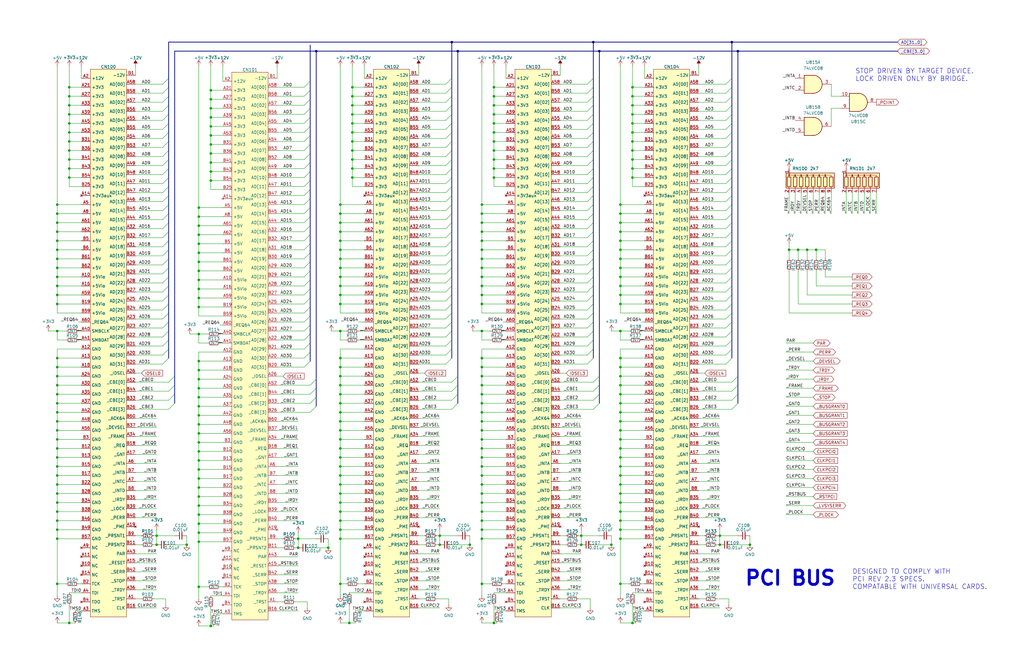
<source format=kicad_sch>
(kicad_sch (version 20231120) (generator "eeschema") (generator_version "8.0")
  (paper "USLedger")
  (title_block (title "AMIGA PCI") (date "2025-07-11") (rev "6.0"))
  (junction (at 88.9 76.2))
  (junction (at 88.9 60.96))
  (junction (at 203.2 173.99))
  (junction (at 203.2 170.18))
  (junction (at 83.82 125.73))
  (junction (at 24.13 154.94))
  (junction (at 143.51 105.41))
  (junction (at 24.13 139.7))
  (junction (at 203.2 208.28))
  (junction (at 148.59 52.07))
  (junction (at 261.62 166.37))
  (junction (at 143.51 166.37))
  (junction (at 203.2 90.17))
  (junction (at 83.82 160.02))
  (junction (at 311.15 21.59))
  (junction (at 83.82 140.97))
  (junction (at 261.62 128.27))
  (junction (at 83.82 106.68))
  (junction (at 83.82 167.64))
  (junction (at 24.13 151.13))
  (junction (at 143.51 185.42))
  (junction (at 83.82 186.69))
  (junction (at 143.51 128.27))
  (junction (at 148.59 48.26))
  (junction (at 208.28 48.26))
  (junction (at 83.82 163.83))
  (junction (at 266.7 262.89))
  (junction (at 24.13 105.41))
  (junction (at 24.13 177.8))
  (junction (at 203.2 204.47))
  (junction (at 143.51 193.04))
  (junction (at 208.28 67.31))
  (junction (at 24.13 101.6))
  (junction (at 143.51 101.6))
  (junction (at 83.82 102.87))
  (junction (at 203.2 151.13))
  (junction (at 261.62 170.18))
  (junction (at 261.62 90.17))
  (junction (at 261.62 189.23))
  (junction (at 261.62 154.94))
  (junction (at 83.82 228.6))
  (junction (at 83.82 220.98))
  (junction (at 24.13 109.22))
  (junction (at 83.82 224.79))
  (junction (at 266.7 40.64))
  (junction (at 24.13 90.17))
  (junction (at 83.82 114.3))
  (junction (at 83.82 156.21))
  (junction (at 143.51 162.56))
  (junction (at 266.7 48.26))
  (junction (at 203.2 181.61))
  (junction (at 148.59 55.88))
  (junction (at 143.51 177.8))
  (junction (at 261.62 185.42))
  (junction (at 24.13 185.42))
  (junction (at 261.62 227.33))
  (junction (at 83.82 110.49))
  (junction (at 261.62 193.04))
  (junction (at 83.82 91.44))
  (junction (at 203.2 189.23))
  (junction (at 138.43 231.14))
  (junction (at 29.21 74.93))
  (junction (at 24.13 113.03))
  (junction (at 24.13 166.37))
  (junction (at 185.42 226.06))
  (junction (at 83.82 129.54))
  (junction (at 83.82 171.45))
  (junction (at 203.2 124.46))
  (junction (at 143.51 154.94))
  (junction (at 148.59 67.31))
  (junction (at 24.13 227.33))
  (junction (at 83.82 209.55))
  (junction (at 143.51 204.47))
  (junction (at 29.21 55.88))
  (junction (at 143.51 181.61))
  (junction (at 148.59 44.45))
  (junction (at 252.73 21.59))
  (junction (at 261.62 196.85))
  (junction (at 261.62 177.8))
  (junction (at 24.13 97.79))
  (junction (at 203.2 166.37))
  (junction (at 83.82 182.88))
  (junction (at 266.7 44.45))
  (junction (at 344.17 105.41))
  (junction (at 208.28 59.69))
  (junction (at 203.2 215.9))
  (junction (at 24.13 223.52))
  (junction (at 24.13 200.66))
  (junction (at 261.62 246.38))
  (junction (at 24.13 93.98))
  (junction (at 148.59 36.83))
  (junction (at 24.13 162.56))
  (junction (at 203.2 162.56))
  (junction (at 24.13 193.04))
  (junction (at 148.59 59.69))
  (junction (at 88.9 49.53))
  (junction (at 203.2 109.22))
  (junction (at 261.62 139.7))
  (junction (at 303.53 226.06))
  (junction (at 261.62 173.99))
  (junction (at 261.62 223.52))
  (junction (at 203.2 185.42))
  (junction (at 83.82 247.65))
  (junction (at 261.62 151.13))
  (junction (at 340.36 105.41))
  (junction (at 143.51 86.36))
  (junction (at 208.28 63.5))
  (junction (at 143.51 196.85))
  (junction (at 261.62 113.03))
  (junction (at 261.62 93.98))
  (junction (at 83.82 95.25))
  (junction (at 203.2 223.52))
  (junction (at 143.51 139.7))
  (junction (at 245.11 229.87))
  (junction (at 83.82 194.31))
  (junction (at 24.13 219.71))
  (junction (at 316.23 229.87))
  (junction (at 24.13 189.23))
  (junction (at 143.51 208.28))
  (junction (at 88.9 264.16))
  (junction (at 261.62 120.65))
  (junction (at 143.51 90.17))
  (junction (at 143.51 97.79))
  (junction (at 203.2 200.66))
  (junction (at 261.62 219.71))
  (junction (at 203.2 93.98))
  (junction (at 208.28 40.64))
  (junction (at 83.82 179.07))
  (junction (at 203.2 154.94))
  (junction (at 66.04 226.06))
  (junction (at 143.51 215.9))
  (junction (at 143.51 113.03))
  (junction (at 29.21 262.89))
  (junction (at 203.2 212.09))
  (junction (at 88.9 68.58))
  (junction (at 143.51 212.09))
  (junction (at 261.62 181.61))
  (junction (at 66.04 229.87))
  (junction (at 148.59 63.5))
  (junction (at 24.13 181.61))
  (junction (at 143.51 116.84))
  (junction (at 208.28 71.12))
  (junction (at 88.9 38.1))
  (junction (at 208.28 52.07))
  (junction (at 29.21 71.12))
  (junction (at 24.13 86.36))
  (junction (at 193.04 21.59))
  (junction (at 250.19 17.78))
  (junction (at 208.28 262.89))
  (junction (at 88.9 64.77))
  (junction (at 125.73 231.14))
  (junction (at 257.81 229.87))
  (junction (at 266.7 36.83))
  (junction (at 203.2 113.03))
  (junction (at 143.51 219.71))
  (junction (at 203.2 193.04))
  (junction (at 266.7 63.5))
  (junction (at 88.9 57.15))
  (junction (at 261.62 200.66))
  (junction (at 143.51 158.75))
  (junction (at 148.59 40.64))
  (junction (at 266.7 71.12))
  (junction (at 24.13 120.65))
  (junction (at 143.51 200.66))
  (junction (at 24.13 128.27))
  (junction (at 261.62 158.75))
  (junction (at 261.62 109.22))
  (junction (at 245.11 226.06))
  (junction (at 203.2 120.65))
  (junction (at 203.2 158.75))
  (junction (at 83.82 213.36))
  (junction (at 83.82 99.06))
  (junction (at 203.2 227.33))
  (junction (at 208.28 36.83))
  (junction (at 261.62 116.84))
  (junction (at 24.13 246.38))
  (junction (at 261.62 97.79))
  (junction (at 24.13 208.28))
  (junction (at 203.2 246.38))
  (junction (at 266.7 59.69))
  (junction (at 24.13 215.9))
  (junction (at 83.82 217.17))
  (junction (at 83.82 190.5))
  (junction (at 133.35 21.59))
  (junction (at 303.53 229.87))
  (junction (at 143.51 93.98))
  (junction (at 203.2 105.41))
  (junction (at 336.55 105.41))
  (junction (at 125.73 227.33))
  (junction (at 266.7 52.07))
  (junction (at 143.51 223.52))
  (junction (at 208.28 55.88))
  (junction (at 83.82 121.92))
  (junction (at 83.82 201.93))
  (junction (at 24.13 173.99))
  (junction (at 29.21 67.31))
  (junction (at 143.51 124.46))
  (junction (at 266.7 74.93))
  (junction (at 261.62 215.9))
  (junction (at 148.59 71.12))
  (junction (at 332.74 105.41))
  (junction (at 261.62 124.46))
  (junction (at 190.5 17.78))
  (junction (at 261.62 212.09))
  (junction (at 143.51 109.22))
  (junction (at 29.21 48.26))
  (junction (at 261.62 86.36))
  (junction (at 261.62 204.47))
  (junction (at 203.2 219.71))
  (junction (at 308.61 17.78))
  (junction (at 24.13 124.46))
  (junction (at 266.7 55.88))
  (junction (at 147.32 262.89))
  (junction (at 203.2 177.8))
  (junction (at 29.21 52.07))
  (junction (at 261.62 208.28))
  (junction (at 208.28 44.45))
  (junction (at 83.82 175.26))
  (junction (at 203.2 97.79))
  (junction (at 83.82 152.4))
  (junction (at 143.51 227.33))
  (junction (at 78.74 229.87))
  (junction (at 24.13 158.75))
  (junction (at 88.9 53.34))
  (junction (at 24.13 170.18))
  (junction (at 29.21 63.5))
  (junction (at 143.51 151.13))
  (junction (at 24.13 212.09))
  (junction (at 83.82 87.63))
  (junction (at 208.28 74.93))
  (junction (at 198.12 229.87))
  (junction (at 143.51 189.23))
  (junction (at 143.51 170.18))
  (junction (at 143.51 120.65))
  (junction (at 24.13 116.84))
  (junction (at 203.2 139.7))
  (junction (at 143.51 173.99))
  (junction (at 185.42 229.87))
  (junction (at 29.21 59.69))
  (junction (at 203.2 128.27))
  (junction (at 261.62 105.41))
  (junction (at 266.7 67.31))
  (junction (at 261.62 162.56))
  (junction (at 203.2 86.36))
  (junction (at 83.82 205.74))
  (junction (at 88.9 41.91))
  (junction (at 203.2 101.6))
  (junction (at 88.9 45.72))
  (junction (at 203.2 116.84))
  (junction (at 83.82 118.11))
  (junction (at 203.2 196.85))
  (junction (at 29.21 36.83))
  (junction (at 261.62 101.6))
  (junction (at 29.21 40.64))
  (junction (at 24.13 204.47))
  (junction (at 24.13 196.85))
  (junction (at 83.82 198.12))
  (junction (at 29.21 44.45))
  (junction (at 143.51 246.38))
  (junction (at 148.59 74.93))
  (junction (at 88.9 72.39))
  (bus_entry (at 71.12 168.91) (size 2.54 -2.54))
  (bus_entry (at 128.27 151.13) (size 2.54 -2.54))
  (bus_entry (at 130.81 162.56) (size 2.54 -2.54))
  (bus_entry (at 306.07 46.99) (size 2.54 -2.54))
  (bus_entry (at 247.65 111.76) (size 2.54 -2.54))
  (bus_entry (at 306.07 96.52) (size 2.54 -2.54))
  (bus_entry (at 68.58 69.85) (size 2.54 -2.54))
  (bus_entry (at 306.07 35.56) (size 2.54 -2.54))
  (bus_entry (at 128.27 124.46) (size 2.54 -2.54))
  (bus_entry (at 187.96 73.66) (size 2.54 -2.54))
  (bus_entry (at 68.58 100.33) (size 2.54 -2.54))
  (bus_entry (at 250.19 165.1) (size 2.54 -2.54))
  (bus_entry (at 128.27 143.51) (size 2.54 -2.54))
  (bus_entry (at 247.65 100.33) (size 2.54 -2.54))
  (bus_entry (at 130.81 170.18) (size 2.54 -2.54))
  (bus_entry (at 306.07 81.28) (size 2.54 -2.54))
  (bus_entry (at 247.65 35.56) (size 2.54 -2.54))
  (bus_entry (at 187.96 96.52) (size 2.54 -2.54))
  (bus_entry (at 68.58 54.61) (size 2.54 -2.54))
  (bus_entry (at 306.07 92.71) (size 2.54 -2.54))
  (bus_entry (at 306.07 111.76) (size 2.54 -2.54))
  (bus_entry (at 128.27 55.88) (size 2.54 -2.54))
  (bus_entry (at 68.58 50.8) (size 2.54 -2.54))
  (bus_entry (at 247.65 77.47) (size 2.54 -2.54))
  (bus_entry (at 187.96 81.28) (size 2.54 -2.54))
  (bus_entry (at 250.19 172.72) (size 2.54 -2.54))
  (bus_entry (at 247.65 96.52) (size 2.54 -2.54))
  (bus_entry (at 247.65 134.62) (size 2.54 -2.54))
  (bus_entry (at 71.12 165.1) (size 2.54 -2.54))
  (bus_entry (at 187.96 138.43) (size 2.54 -2.54))
  (bus_entry (at 128.27 147.32) (size 2.54 -2.54))
  (bus_entry (at 306.07 77.47) (size 2.54 -2.54))
  (bus_entry (at 128.27 97.79) (size 2.54 -2.54))
  (bus_entry (at 187.96 39.37) (size 2.54 -2.54))
  (bus_entry (at 128.27 90.17) (size 2.54 -2.54))
  (bus_entry (at 128.27 105.41) (size 2.54 -2.54))
  (bus_entry (at 68.58 43.18) (size 2.54 -2.54))
  (bus_entry (at 247.65 115.57) (size 2.54 -2.54))
  (bus_entry (at 68.58 88.9) (size 2.54 -2.54))
  (bus_entry (at 68.58 46.99) (size 2.54 -2.54))
  (bus_entry (at 187.96 115.57) (size 2.54 -2.54))
  (bus_entry (at 128.27 63.5) (size 2.54 -2.54))
  (bus_entry (at 128.27 48.26) (size 2.54 -2.54))
  (bus_entry (at 68.58 111.76) (size 2.54 -2.54))
  (bus_entry (at 306.07 73.66) (size 2.54 -2.54))
  (bus_entry (at 187.96 134.62) (size 2.54 -2.54))
  (bus_entry (at 306.07 107.95) (size 2.54 -2.54))
  (bus_entry (at 247.65 107.95) (size 2.54 -2.54))
  (bus_entry (at 247.65 85.09) (size 2.54 -2.54))
  (bus_entry (at 128.27 52.07) (size 2.54 -2.54))
  (bus_entry (at 190.5 168.91) (size 2.54 -2.54))
  (bus_entry (at 306.07 134.62) (size 2.54 -2.54))
  (bus_entry (at 190.5 165.1) (size 2.54 -2.54))
  (bus_entry (at 68.58 123.19) (size 2.54 -2.54))
  (bus_entry (at 128.27 101.6) (size 2.54 -2.54))
  (bus_entry (at 247.65 54.61) (size 2.54 -2.54))
  (bus_entry (at 250.19 161.29) (size 2.54 -2.54))
  (bus_entry (at 247.65 69.85) (size 2.54 -2.54))
  (bus_entry (at 306.07 123.19) (size 2.54 -2.54))
  (bus_entry (at 306.07 119.38) (size 2.54 -2.54))
  (bus_entry (at 128.27 116.84) (size 2.54 -2.54))
  (bus_entry (at 187.96 35.56) (size 2.54 -2.54))
  (bus_entry (at 128.27 67.31) (size 2.54 -2.54))
  (bus_entry (at 128.27 36.83) (size 2.54 -2.54))
  (bus_entry (at 187.96 127) (size 2.54 -2.54))
  (bus_entry (at 247.65 66.04) (size 2.54 -2.54))
  (bus_entry (at 130.81 173.99) (size 2.54 -2.54))
  (bus_entry (at 247.65 50.8) (size 2.54 -2.54))
  (bus_entry (at 128.27 86.36) (size 2.54 -2.54))
  (bus_entry (at 68.58 146.05) (size 2.54 -2.54))
  (bus_entry (at 128.27 74.93) (size 2.54 -2.54))
  (bus_entry (at 187.96 123.19) (size 2.54 -2.54))
  (bus_entry (at 306.07 50.8) (size 2.54 -2.54))
  (bus_entry (at 128.27 135.89) (size 2.54 -2.54))
  (bus_entry (at 68.58 127) (size 2.54 -2.54))
  (bus_entry (at 306.07 153.67) (size 2.54 -2.54))
  (bus_entry (at 306.07 85.09) (size 2.54 -2.54))
  (bus_entry (at 68.58 130.81) (size 2.54 -2.54))
  (bus_entry (at 68.58 77.47) (size 2.54 -2.54))
  (bus_entry (at 247.65 149.86) (size 2.54 -2.54))
  (bus_entry (at 247.65 119.38) (size 2.54 -2.54))
  (bus_entry (at 68.58 142.24) (size 2.54 -2.54))
  (bus_entry (at 247.65 142.24) (size 2.54 -2.54))
  (bus_entry (at 247.65 104.14) (size 2.54 -2.54))
  (bus_entry (at 308.61 172.72) (size 2.54 -2.54))
  (bus_entry (at 247.65 88.9) (size 2.54 -2.54))
  (bus_entry (at 187.96 100.33) (size 2.54 -2.54))
  (bus_entry (at 306.07 39.37) (size 2.54 -2.54))
  (bus_entry (at 247.65 46.99) (size 2.54 -2.54))
  (bus_entry (at 68.58 58.42) (size 2.54 -2.54))
  (bus_entry (at 128.27 139.7) (size 2.54 -2.54))
  (bus_entry (at 250.19 168.91) (size 2.54 -2.54))
  (bus_entry (at 187.96 104.14) (size 2.54 -2.54))
  (bus_entry (at 68.58 104.14) (size 2.54 -2.54))
  (bus_entry (at 68.58 149.86) (size 2.54 -2.54))
  (bus_entry (at 68.58 119.38) (size 2.54 -2.54))
  (bus_entry (at 187.96 43.18) (size 2.54 -2.54))
  (bus_entry (at 128.27 82.55) (size 2.54 -2.54))
  (bus_entry (at 128.27 132.08) (size 2.54 -2.54))
  (bus_entry (at 128.27 71.12) (size 2.54 -2.54))
  (bus_entry (at 68.58 92.71) (size 2.54 -2.54))
  (bus_entry (at 306.07 142.24) (size 2.54 -2.54))
  (bus_entry (at 187.96 69.85) (size 2.54 -2.54))
  (bus_entry (at 128.27 109.22) (size 2.54 -2.54))
  (bus_entry (at 306.07 115.57) (size 2.54 -2.54))
  (bus_entry (at 306.07 88.9) (size 2.54 -2.54))
  (bus_entry (at 128.27 93.98) (size 2.54 -2.54))
  (bus_entry (at 306.07 149.86) (size 2.54 -2.54))
  (bus_entry (at 247.65 58.42) (size 2.54 -2.54))
  (bus_entry (at 247.65 39.37) (size 2.54 -2.54))
  (bus_entry (at 187.96 54.61) (size 2.54 -2.54))
  (bus_entry (at 308.61 165.1) (size 2.54 -2.54))
  (bus_entry (at 306.07 43.18) (size 2.54 -2.54))
  (bus_entry (at 128.27 59.69) (size 2.54 -2.54))
  (bus_entry (at 247.65 123.19) (size 2.54 -2.54))
  (bus_entry (at 128.27 40.64) (size 2.54 -2.54))
  (bus_entry (at 247.65 81.28) (size 2.54 -2.54))
  (bus_entry (at 187.96 46.99) (size 2.54 -2.54))
  (bus_entry (at 247.65 73.66) (size 2.54 -2.54))
  (bus_entry (at 68.58 115.57) (size 2.54 -2.54))
  (bus_entry (at 71.12 161.29) (size 2.54 -2.54))
  (bus_entry (at 247.65 153.67) (size 2.54 -2.54))
  (bus_entry (at 187.96 111.76) (size 2.54 -2.54))
  (bus_entry (at 306.07 138.43) (size 2.54 -2.54))
  (bus_entry (at 190.5 161.29) (size 2.54 -2.54))
  (bus_entry (at 190.5 172.72) (size 2.54 -2.54))
  (bus_entry (at 68.58 153.67) (size 2.54 -2.54))
  (bus_entry (at 247.65 92.71) (size 2.54 -2.54))
  (bus_entry (at 128.27 128.27) (size 2.54 -2.54))
  (bus_entry (at 306.07 66.04) (size 2.54 -2.54))
  (bus_entry (at 187.96 85.09) (size 2.54 -2.54))
  (bus_entry (at 68.58 73.66) (size 2.54 -2.54))
  (bus_entry (at 68.58 81.28) (size 2.54 -2.54))
  (bus_entry (at 68.58 138.43) (size 2.54 -2.54))
  (bus_entry (at 187.96 146.05) (size 2.54 -2.54))
  (bus_entry (at 247.65 62.23) (size 2.54 -2.54))
  (bus_entry (at 187.96 92.71) (size 2.54 -2.54))
  (bus_entry (at 187.96 142.24) (size 2.54 -2.54))
  (bus_entry (at 187.96 119.38) (size 2.54 -2.54))
  (bus_entry (at 68.58 39.37) (size 2.54 -2.54))
  (bus_entry (at 306.07 130.81) (size 2.54 -2.54))
  (bus_entry (at 306.07 104.14) (size 2.54 -2.54))
  (bus_entry (at 68.58 96.52) (size 2.54 -2.54))
  (bus_entry (at 187.96 88.9) (size 2.54 -2.54))
  (bus_entry (at 71.12 172.72) (size 2.54 -2.54))
  (bus_entry (at 247.65 138.43) (size 2.54 -2.54))
  (bus_entry (at 68.58 107.95) (size 2.54 -2.54))
  (bus_entry (at 187.96 58.42) (size 2.54 -2.54))
  (bus_entry (at 128.27 154.94) (size 2.54 -2.54))
  (bus_entry (at 306.07 146.05) (size 2.54 -2.54))
  (bus_entry (at 187.96 62.23) (size 2.54 -2.54))
  (bus_entry (at 306.07 62.23) (size 2.54 -2.54))
  (bus_entry (at 187.96 130.81) (size 2.54 -2.54))
  (bus_entry (at 187.96 77.47) (size 2.54 -2.54))
  (bus_entry (at 68.58 35.56) (size 2.54 -2.54))
  (bus_entry (at 128.27 113.03) (size 2.54 -2.54))
  (bus_entry (at 306.07 127) (size 2.54 -2.54))
  (bus_entry (at 308.61 161.29) (size 2.54 -2.54))
  (bus_entry (at 128.27 44.45) (size 2.54 -2.54))
  (bus_entry (at 68.58 66.04) (size 2.54 -2.54))
  (bus_entry (at 68.58 134.62) (size 2.54 -2.54))
  (bus_entry (at 128.27 78.74) (size 2.54 -2.54))
  (bus_entry (at 130.81 166.37) (size 2.54 -2.54))
  (bus_entry (at 247.65 146.05) (size 2.54 -2.54))
  (bus_entry (at 306.07 58.42) (size 2.54 -2.54))
  (bus_entry (at 68.58 62.23) (size 2.54 -2.54))
  (bus_entry (at 247.65 130.81) (size 2.54 -2.54))
  (bus_entry (at 247.65 43.18) (size 2.54 -2.54))
  (bus_entry (at 187.96 149.86) (size 2.54 -2.54))
  (bus_entry (at 68.58 85.09) (size 2.54 -2.54))
  (bus_entry (at 306.07 100.33) (size 2.54 -2.54))
  (bus_entry (at 187.96 50.8) (size 2.54 -2.54))
  (bus_entry (at 187.96 66.04) (size 2.54 -2.54))
  (bus_entry (at 306.07 69.85) (size 2.54 -2.54))
  (bus_entry (at 128.27 120.65) (size 2.54 -2.54))
  (bus_entry (at 187.96 153.67) (size 2.54 -2.54))
  (bus_entry (at 306.07 54.61) (size 2.54 -2.54))
  (bus_entry (at 247.65 127) (size 2.54 -2.54))
  (bus_entry (at 308.61 168.91) (size 2.54 -2.54))
  (bus_entry (at 187.96 107.95) (size 2.54 -2.54))
  (bus (pts (xy 190.5 82.55) (xy 190.5 86.36)))
  (wire (pts (xy 176.53 195.58) (xy 185.42 195.58)))
  (wire (pts (xy 143.51 181.61) (xy 143.51 185.42)))
  (wire (pts (xy 208.28 52.07) (xy 208.28 55.88)))
  (wire (pts (xy 245.11 223.52) (xy 245.11 226.06)))
  (wire (pts (xy 116.84 254) (xy 119.38 254)))
  (wire (pts (xy 208.28 48.26) (xy 213.36 48.26)))
  (wire (pts (xy 350.52 40.64) (xy 354.33 40.64)))
  (bus (pts (xy 130.81 80.01) (xy 130.81 83.82)))
  (wire (pts (xy 203.2 90.17) (xy 203.2 86.36)))
  (wire (pts (xy 143.51 166.37) (xy 153.67 166.37)))
  (wire (pts (xy 88.9 64.77) (xy 93.98 64.77)))
  (wire (pts (xy 24.13 124.46) (xy 34.29 124.46)))
  (wire (pts (xy 116.84 166.37) (xy 130.81 166.37)))
  (wire (pts (xy 344.17 105.41) (xy 340.36 105.41)))
  (wire (pts (xy 24.13 101.6) (xy 24.13 97.79)))
  (wire (pts (xy 203.2 185.42) (xy 213.36 185.42)))
  (wire (pts (xy 24.13 97.79) (xy 24.13 93.98)))
  (wire (pts (xy 83.82 118.11) (xy 93.98 118.11)))
  (wire (pts (xy 261.62 120.65) (xy 261.62 116.84)))
  (wire (pts (xy 331.47 213.36) (xy 342.9 213.36)))
  (wire (pts (xy 83.82 144.78) (xy 87.63 144.78)))
  (bus (pts (xy 308.61 113.03) (xy 308.61 116.84)))
  (wire (pts (xy 33.02 246.38) (xy 34.29 246.38)))
  (wire (pts (xy 57.15 58.42) (xy 68.58 58.42)))
  (wire (pts (xy 24.13 113.03) (xy 24.13 109.22)))
  (wire (pts (xy 88.9 38.1) (xy 88.9 41.91)))
  (wire (pts (xy 176.53 214.63) (xy 185.42 214.63)))
  (wire (pts (xy 83.82 102.87) (xy 83.82 99.06)))
  (bus (pts (xy 71.12 40.64) (xy 71.12 44.45)))
  (wire (pts (xy 294.64 187.96) (xy 303.53 187.96)))
  (bus (pts (xy 130.81 53.34) (xy 130.81 57.15)))
  (wire (pts (xy 88.9 60.96) (xy 93.98 60.96)))
  (wire (pts (xy 29.21 44.45) (xy 29.21 48.26)))
  (wire (pts (xy 83.82 91.44) (xy 93.98 91.44)))
  (wire (pts (xy 69.85 252.73) (xy 69.85 255.27)))
  (wire (pts (xy 83.82 129.54) (xy 83.82 125.73)))
  (bus (pts (xy 311.15 166.37) (xy 311.15 170.18)))
  (wire (pts (xy 24.13 90.17) (xy 24.13 86.36)))
  (wire (pts (xy 24.13 132.08) (xy 24.13 128.27)))
  (wire (pts (xy 57.15 81.28) (xy 68.58 81.28)))
  (bus (pts (xy 308.61 74.93) (xy 308.61 78.74)))
  (wire (pts (xy 29.21 40.64) (xy 34.29 40.64)))
  (bus (pts (xy 190.5 147.32) (xy 190.5 151.13)))
  (wire (pts (xy 143.51 189.23) (xy 143.51 193.04)))
  (bus (pts (xy 133.35 160.02) (xy 133.35 163.83)))
  (wire (pts (xy 83.82 114.3) (xy 83.82 110.49)))
  (wire (pts (xy 24.13 223.52) (xy 24.13 227.33)))
  (wire (pts (xy 236.22 77.47) (xy 247.65 77.47)))
  (wire (pts (xy 261.62 170.18) (xy 271.78 170.18)))
  (wire (pts (xy 116.84 147.32) (xy 128.27 147.32)))
  (wire (pts (xy 266.7 55.88) (xy 266.7 59.69)))
  (wire (pts (xy 203.2 212.09) (xy 213.36 212.09)))
  (bus (pts (xy 190.5 17.78) (xy 190.5 33.02)))
  (wire (pts (xy 90.17 259.08) (xy 93.98 259.08)))
  (wire (pts (xy 294.64 184.15) (xy 303.53 184.15)))
  (bus (pts (xy 71.12 139.7) (xy 71.12 143.51)))
  (wire (pts (xy 29.21 52.07) (xy 34.29 52.07)))
  (wire (pts (xy 29.21 71.12) (xy 34.29 71.12)))
  (wire (pts (xy 261.62 113.03) (xy 271.78 113.03)))
  (wire (pts (xy 116.84 78.74) (xy 128.27 78.74)))
  (wire (pts (xy 24.13 162.56) (xy 24.13 166.37)))
  (wire (pts (xy 266.7 44.45) (xy 271.78 44.45)))
  (wire (pts (xy 24.13 154.94) (xy 24.13 158.75)))
  (wire (pts (xy 257.81 139.7) (xy 261.62 139.7)))
  (bus (pts (xy 308.61 33.02) (xy 308.61 17.78)))
  (wire (pts (xy 57.15 149.86) (xy 68.58 149.86)))
  (bus (pts (xy 250.19 116.84) (xy 250.19 120.65)))
  (bus (pts (xy 308.61 44.45) (xy 308.61 48.26)))
  (wire (pts (xy 294.64 39.37) (xy 306.07 39.37)))
  (wire (pts (xy 176.53 176.53) (xy 185.42 176.53)))
  (wire (pts (xy 143.51 27.94) (xy 143.51 86.36)))
  (wire (pts (xy 129.54 254) (xy 124.46 254)))
  (wire (pts (xy 261.62 166.37) (xy 271.78 166.37)))
  (wire (pts (xy 176.53 43.18) (xy 187.96 43.18)))
  (wire (pts (xy 236.22 39.37) (xy 247.65 39.37)))
  (wire (pts (xy 294.64 142.24) (xy 306.07 142.24)))
  (bus (pts (xy 71.12 120.65) (xy 71.12 124.46)))
  (bus (pts (xy 311.15 21.59) (xy 378.46 21.59)))
  (wire (pts (xy 83.82 95.25) (xy 93.98 95.25)))
  (wire (pts (xy 332.74 132.08) (xy 332.74 114.3)))
  (wire (pts (xy 294.64 62.23) (xy 306.07 62.23)))
  (wire (pts (xy 176.53 46.99) (xy 187.96 46.99)))
  (wire (pts (xy 143.51 177.8) (xy 153.67 177.8)))
  (wire (pts (xy 236.22 81.28) (xy 247.65 81.28)))
  (wire (pts (xy 116.84 40.64) (xy 128.27 40.64)))
  (bus (pts (xy 73.66 21.59) (xy 133.35 21.59)))
  (wire (pts (xy 203.2 151.13) (xy 203.2 154.94)))
  (bus (pts (xy 190.5 120.65) (xy 190.5 124.46)))
  (wire (pts (xy 153.67 27.94) (xy 153.67 33.02)))
  (wire (pts (xy 57.15 27.94) (xy 57.15 31.75)))
  (wire (pts (xy 143.51 185.42) (xy 143.51 189.23)))
  (bus (pts (xy 130.81 118.11) (xy 130.81 121.92)))
  (wire (pts (xy 176.53 256.54) (xy 185.42 256.54)))
  (wire (pts (xy 143.51 132.08) (xy 143.51 128.27)))
  (wire (pts (xy 24.13 181.61) (xy 24.13 185.42)))
  (wire (pts (xy 236.22 50.8) (xy 247.65 50.8)))
  (bus (pts (xy 130.81 110.49) (xy 130.81 114.3)))
  (bus (pts (xy 71.12 132.08) (xy 71.12 135.89)))
  (wire (pts (xy 143.51 154.94) (xy 153.67 154.94)))
  (wire (pts (xy 261.62 93.98) (xy 271.78 93.98)))
  (wire (pts (xy 148.59 27.94) (xy 148.59 36.83)))
  (wire (pts (xy 83.82 163.83) (xy 83.82 167.64)))
  (wire (pts (xy 176.53 62.23) (xy 187.96 62.23)))
  (bus (pts (xy 308.61 33.02) (xy 308.61 36.83)))
  (bus (pts (xy 190.5 135.89) (xy 190.5 139.7)))
  (wire (pts (xy 176.53 153.67) (xy 187.96 153.67)))
  (wire (pts (xy 83.82 148.59) (xy 83.82 152.4)))
  (wire (pts (xy 203.2 90.17) (xy 213.36 90.17)))
  (bus (pts (xy 250.19 120.65) (xy 250.19 124.46)))
  (wire (pts (xy 88.9 256.54) (xy 88.9 264.16)))
  (wire (pts (xy 266.7 36.83) (xy 271.78 36.83)))
  (wire (pts (xy 236.22 100.33) (xy 247.65 100.33)))
  (wire (pts (xy 116.84 246.38) (xy 125.73 246.38)))
  (wire (pts (xy 243.84 226.06) (xy 245.11 226.06)))
  (wire (pts (xy 203.2 162.56) (xy 203.2 166.37)))
  (wire (pts (xy 261.62 154.94) (xy 271.78 154.94)))
  (bus (pts (xy 71.12 135.89) (xy 71.12 139.7)))
  (wire (pts (xy 261.62 162.56) (xy 271.78 162.56)))
  (bus (pts (xy 250.19 128.27) (xy 250.19 132.08)))
  (wire (pts (xy 57.15 214.63) (xy 66.04 214.63)))
  (wire (pts (xy 294.64 195.58) (xy 303.53 195.58)))
  (wire (pts (xy 83.82 179.07) (xy 83.82 182.88)))
  (wire (pts (xy 261.62 196.85) (xy 271.78 196.85)))
  (wire (pts (xy 143.51 223.52) (xy 143.51 227.33)))
  (wire (pts (xy 116.84 181.61) (xy 125.73 181.61)))
  (wire (pts (xy 361.95 81.28) (xy 361.95 90.17)))
  (wire (pts (xy 29.21 36.83) (xy 34.29 36.83)))
  (wire (pts (xy 266.7 59.69) (xy 266.7 63.5)))
  (wire (pts (xy 203.2 113.03) (xy 203.2 109.22)))
  (wire (pts (xy 88.9 41.91) (xy 93.98 41.91)))
  (wire (pts (xy 203.2 109.22) (xy 213.36 109.22)))
  (wire (pts (xy 236.22 149.86) (xy 247.65 149.86)))
  (wire (pts (xy 83.82 201.93) (xy 93.98 201.93)))
  (wire (pts (xy 176.53 100.33) (xy 187.96 100.33)))
  (wire (pts (xy 367.03 81.28) (xy 367.03 90.17)))
  (wire (pts (xy 208.28 250.19) (xy 213.36 250.19)))
  (wire (pts (xy 143.51 116.84) (xy 143.51 113.03)))
  (wire (pts (xy 203.2 128.27) (xy 203.2 124.46)))
  (wire (pts (xy 29.21 40.64) (xy 29.21 44.45)))
  (wire (pts (xy 64.77 229.87) (xy 66.04 229.87)))
  (wire (pts (xy 294.64 241.3) (xy 303.53 241.3)))
  (wire (pts (xy 261.62 124.46) (xy 261.62 120.65)))
  (wire (pts (xy 149.86 257.81) (xy 153.67 257.81)))
  (wire (pts (xy 83.82 186.69) (xy 93.98 186.69)))
  (wire (pts (xy 236.22 35.56) (xy 247.65 35.56)))
  (wire (pts (xy 266.7 255.27) (xy 266.7 262.89)))
  (bus (pts (xy 130.81 72.39) (xy 130.81 76.2)))
  (wire (pts (xy 208.28 67.31) (xy 213.36 67.31)))
  (wire (pts (xy 261.62 177.8) (xy 271.78 177.8)))
  (wire (pts (xy 143.51 105.41) (xy 153.67 105.41)))
  (wire (pts (xy 83.82 125.73) (xy 93.98 125.73)))
  (bus (pts (xy 308.61 67.31) (xy 308.61 71.12)))
  (bus (pts (xy 71.12 113.03) (xy 71.12 116.84)))
  (bus (pts (xy 308.61 90.17) (xy 308.61 93.98)))
  (wire (pts (xy 83.82 182.88) (xy 83.82 186.69)))
  (wire (pts (xy 125.73 227.33) (xy 125.73 231.14)))
  (wire (pts (xy 143.51 151.13) (xy 153.67 151.13)))
  (wire (pts (xy 261.62 90.17) (xy 271.78 90.17)))
  (wire (pts (xy 92.71 140.97) (xy 93.98 140.97)))
  (wire (pts (xy 176.53 191.77) (xy 185.42 191.77)))
  (wire (pts (xy 83.82 224.79) (xy 93.98 224.79)))
  (wire (pts (xy 294.64 134.62) (xy 306.07 134.62)))
  (wire (pts (xy 208.28 48.26) (xy 208.28 52.07)))
  (wire (pts (xy 57.15 85.09) (xy 68.58 85.09)))
  (wire (pts (xy 294.64 130.81) (xy 306.07 130.81)))
  (wire (pts (xy 208.28 55.88) (xy 208.28 59.69)))
  (wire (pts (xy 208.28 59.69) (xy 213.36 59.69)))
  (wire (pts (xy 143.51 124.46) (xy 143.51 120.65)))
  (wire (pts (xy 270.51 246.38) (xy 271.78 246.38)))
  (wire (pts (xy 302.26 226.06) (xy 303.53 226.06)))
  (wire (pts (xy 57.15 50.8) (xy 68.58 50.8)))
  (wire (pts (xy 83.82 205.74) (xy 93.98 205.74)))
  (wire (pts (xy 57.15 248.92) (xy 66.04 248.92)))
  (wire (pts (xy 143.51 215.9) (xy 153.67 215.9)))
  (wire (pts (xy 83.82 163.83) (xy 93.98 163.83)))
  (wire (pts (xy 294.64 191.77) (xy 303.53 191.77)))
  (wire (pts (xy 347.98 109.22) (xy 347.98 105.41)))
  (wire (pts (xy 83.82 217.17) (xy 93.98 217.17)))
  (wire (pts (xy 337.82 81.28) (xy 337.82 90.17)))
  (wire (pts (xy 57.15 180.34) (xy 66.04 180.34)))
  (wire (pts (xy 57.15 104.14) (xy 68.58 104.14)))
  (wire (pts (xy 203.2 162.56) (xy 213.36 162.56)))
  (wire (pts (xy 203.2 200.66) (xy 203.2 204.47)))
  (wire (pts (xy 24.13 158.75) (xy 24.13 162.56)))
  (wire (pts (xy 143.51 143.51) (xy 146.05 143.51)))
  (wire (pts (xy 236.22 142.24) (xy 247.65 142.24)))
  (wire (pts (xy 203.2 93.98) (xy 213.36 93.98)))
  (wire (pts (xy 29.21 59.69) (xy 34.29 59.69)))
  (wire (pts (xy 24.13 262.89) (xy 29.21 262.89)))
  (wire (pts (xy 261.62 101.6) (xy 261.62 97.79)))
  (wire (pts (xy 294.64 229.87) (xy 297.18 229.87)))
  (wire (pts (xy 29.21 74.93) (xy 34.29 74.93)))
  (bus (pts (xy 130.81 68.58) (xy 130.81 72.39)))
  (wire (pts (xy 24.13 212.09) (xy 34.29 212.09)))
  (wire (pts (xy 148.59 52.07) (xy 148.59 55.88)))
  (wire (pts (xy 24.13 200.66) (xy 34.29 200.66)))
  (bus (pts (xy 190.5 55.88) (xy 190.5 59.69)))
  (wire (pts (xy 83.82 220.98) (xy 93.98 220.98)))
  (bus (pts (xy 190.5 74.93) (xy 190.5 78.74)))
  (wire (pts (xy 176.53 111.76) (xy 187.96 111.76)))
  (wire (pts (xy 29.21 55.88) (xy 34.29 55.88)))
  (wire (pts (xy 88.9 68.58) (xy 88.9 72.39)))
  (wire (pts (xy 143.51 189.23) (xy 153.67 189.23)))
  (wire (pts (xy 236.22 66.04) (xy 247.65 66.04)))
  (wire (pts (xy 236.22 58.42) (xy 247.65 58.42)))
  (bus (pts (xy 190.5 59.69) (xy 190.5 63.5)))
  (wire (pts (xy 266.7 48.26) (xy 266.7 52.07)))
  (wire (pts (xy 29.21 48.26) (xy 29.21 52.07)))
  (wire (pts (xy 143.51 219.71) (xy 143.51 223.52)))
  (wire (pts (xy 78.74 229.87) (xy 78.74 226.06)))
  (wire (pts (xy 116.84 120.65) (xy 128.27 120.65)))
  (wire (pts (xy 294.64 43.18) (xy 306.07 43.18)))
  (bus (pts (xy 71.12 97.79) (xy 71.12 101.6)))
  (wire (pts (xy 345.44 81.28) (xy 345.44 90.17)))
  (wire (pts (xy 203.2 215.9) (xy 203.2 219.71)))
  (wire (pts (xy 24.13 162.56) (xy 34.29 162.56)))
  (wire (pts (xy 176.53 123.19) (xy 187.96 123.19)))
  (wire (pts (xy 176.53 229.87) (xy 179.07 229.87)))
  (bus (pts (xy 190.5 128.27) (xy 190.5 132.08)))
  (wire (pts (xy 261.62 215.9) (xy 271.78 215.9)))
  (wire (pts (xy 116.84 151.13) (xy 128.27 151.13)))
  (wire (pts (xy 261.62 97.79) (xy 261.62 93.98)))
  (wire (pts (xy 57.15 146.05) (xy 68.58 146.05)))
  (wire (pts (xy 143.51 93.98) (xy 153.67 93.98)))
  (wire (pts (xy 116.84 59.69) (xy 128.27 59.69)))
  (wire (pts (xy 266.7 71.12) (xy 271.78 71.12)))
  (wire (pts (xy 83.82 198.12) (xy 83.82 201.93)))
  (wire (pts (xy 83.82 129.54) (xy 93.98 129.54)))
  (wire (pts (xy 303.53 223.52) (xy 303.53 226.06)))
  (wire (pts (xy 354.33 45.72) (xy 350.52 45.72)))
  (bus (pts (xy 190.5 116.84) (xy 190.5 120.65)))
  (wire (pts (xy 147.32 255.27) (xy 147.32 262.89)))
  (wire (pts (xy 294.64 165.1) (xy 308.61 165.1)))
  (wire (pts (xy 57.15 39.37) (xy 68.58 39.37)))
  (wire (pts (xy 116.84 212.09) (xy 125.73 212.09)))
  (wire (pts (xy 148.59 40.64) (xy 148.59 44.45)))
  (wire (pts (xy 294.64 85.09) (xy 306.07 85.09)))
  (wire (pts (xy 24.13 27.94) (xy 24.13 86.36)))
  (wire (pts (xy 213.36 132.08) (xy 203.2 132.08)))
  (bus (pts (xy 71.12 124.46) (xy 71.12 128.27)))
  (wire (pts (xy 271.78 78.74) (xy 266.7 78.74)))
  (bus (pts (xy 252.73 21.59) (xy 311.15 21.59)))
  (wire (pts (xy 29.21 250.19) (xy 34.29 250.19)))
  (wire (pts (xy 271.78 27.94) (xy 271.78 33.02)))
  (wire (pts (xy 266.7 48.26) (xy 271.78 48.26)))
  (wire (pts (xy 116.84 193.04) (xy 125.73 193.04)))
  (wire (pts (xy 236.22 195.58) (xy 245.11 195.58)))
  (wire (pts (xy 236.22 187.96) (xy 245.11 187.96)))
  (wire (pts (xy 203.2 154.94) (xy 203.2 158.75)))
  (wire (pts (xy 116.84 170.18) (xy 130.81 170.18)))
  (wire (pts (xy 261.62 158.75) (xy 271.78 158.75)))
  (wire (pts (xy 83.82 152.4) (xy 83.82 156.21)))
  (wire (pts (xy 83.82 118.11) (xy 83.82 114.3)))
  (wire (pts (xy 88.9 57.15) (xy 93.98 57.15)))
  (wire (pts (xy 184.15 229.87) (xy 185.42 229.87)))
  (wire (pts (xy 342.9 81.28) (xy 342.9 90.17)))
  (wire (pts (xy 261.62 166.37) (xy 261.62 170.18)))
  (wire (pts (xy 266.7 59.69) (xy 271.78 59.69)))
  (wire (pts (xy 24.13 212.09) (xy 24.13 215.9)))
  (wire (pts (xy 270.51 143.51) (xy 271.78 143.51)))
  (wire (pts (xy 176.53 149.86) (xy 187.96 149.86)))
  (wire (pts (xy 261.62 196.85) (xy 261.62 200.66)))
  (bus (pts (xy 193.04 21.59) (xy 252.73 21.59)))
  (wire (pts (xy 116.84 135.89) (xy 128.27 135.89)))
  (wire (pts (xy 57.15 115.57) (xy 68.58 115.57)))
  (wire (pts (xy 143.51 185.42) (xy 153.67 185.42)))
  (wire (pts (xy 148.59 74.93) (xy 148.59 78.74)))
  (wire (pts (xy 143.51 113.03) (xy 143.51 109.22)))
  (wire (pts (xy 57.15 168.91) (xy 71.12 168.91)))
  (wire (pts (xy 331.47 198.12) (xy 342.9 198.12)))
  (wire (pts (xy 331.47 152.4) (xy 342.9 152.4)))
  (bus (pts (xy 71.12 17.78) (xy 190.5 17.78)))
  (wire (pts (xy 148.59 71.12) (xy 153.67 71.12)))
  (wire (pts (xy 236.22 27.94) (xy 236.22 31.75)))
  (wire (pts (xy 332.74 105.41) (xy 332.74 109.22)))
  (wire (pts (xy 83.82 121.92) (xy 93.98 121.92)))
  (wire (pts (xy 29.21 63.5) (xy 29.21 67.31)))
  (wire (pts (xy 93.98 80.01) (xy 88.9 80.01)))
  (wire (pts (xy 203.2 193.04) (xy 213.36 193.04)))
  (wire (pts (xy 88.9 68.58) (xy 93.98 68.58)))
  (wire (pts (xy 236.22 127) (xy 247.65 127)))
  (wire (pts (xy 213.36 78.74) (xy 208.28 78.74)))
  (wire (pts (xy 116.84 143.51) (xy 128.27 143.51)))
  (wire (pts (xy 245.11 226.06) (xy 252.73 226.06)))
  (wire (pts (xy 24.13 189.23) (xy 34.29 189.23)))
  (wire (pts (xy 208.28 27.94) (xy 208.28 36.83)))
  (wire (pts (xy 148.59 55.88) (xy 153.67 55.88)))
  (wire (pts (xy 29.21 67.31) (xy 29.21 71.12)))
  (wire (pts (xy 116.84 128.27) (xy 128.27 128.27)))
  (wire (pts (xy 143.51 120.65) (xy 153.67 120.65)))
  (wire (pts (xy 57.15 138.43) (xy 68.58 138.43)))
  (wire (pts (xy 294.64 119.38) (xy 306.07 119.38)))
  (wire (pts (xy 57.15 46.99) (xy 68.58 46.99)))
  (wire (pts (xy 203.2 246.38) (xy 203.2 251.46)))
  (wire (pts (xy 24.13 109.22) (xy 24.13 105.41)))
  (bus (pts (xy 73.66 166.37) (xy 73.66 170.18)))
  (wire (pts (xy 83.82 228.6) (xy 83.82 247.65)))
  (wire (pts (xy 57.15 134.62) (xy 68.58 134.62)))
  (wire (pts (xy 331.47 156.21) (xy 342.9 156.21)))
  (wire (pts (xy 176.53 203.2) (xy 185.42 203.2)))
  (wire (pts (xy 116.84 227.33) (xy 119.38 227.33)))
  (wire (pts (xy 203.2 212.09) (xy 203.2 215.9)))
  (wire (pts (xy 83.82 160.02) (xy 83.82 163.83)))
  (wire (pts (xy 57.15 233.68) (xy 66.04 233.68)))
  (bus (pts (xy 130.81 144.78) (xy 130.81 148.59)))
  (wire (pts (xy 83.82 121.92) (xy 83.82 118.11)))
  (wire (pts (xy 83.82 95.25) (xy 83.82 91.44)))
  (wire (pts (xy 176.53 210.82) (xy 185.42 210.82)))
  (bus (pts (xy 308.61 93.98) (xy 308.61 97.79)))
  (wire (pts (xy 143.51 170.18) (xy 143.51 173.99)))
  (wire (pts (xy 143.51 97.79) (xy 153.67 97.79)))
  (wire (pts (xy 236.22 252.73) (xy 238.76 252.73)))
  (wire (pts (xy 24.13 93.98) (xy 34.29 93.98)))
  (wire (pts (xy 24.13 139.7) (xy 27.94 139.7)))
  (wire (pts (xy 57.15 176.53) (xy 66.04 176.53)))
  (wire (pts (xy 203.2 246.38) (xy 207.01 246.38)))
  (wire (pts (xy 116.84 132.08) (xy 128.27 132.08)))
  (wire (pts (xy 83.82 228.6) (xy 93.98 228.6)))
  (bus (pts (xy 130.81 19.05) (xy 130.81 34.29)))
  (bus (pts (xy 250.19 74.93) (xy 250.19 78.74)))
  (wire (pts (xy 261.62 143.51) (xy 265.43 143.51)))
  (wire (pts (xy 331.47 167.64) (xy 342.9 167.64)))
  (wire (pts (xy 369.57 81.28) (xy 369.57 90.17)))
  (bus (pts (xy 71.12 143.51) (xy 71.12 147.32)))
  (wire (pts (xy 261.62 158.75) (xy 261.62 162.56)))
  (wire (pts (xy 203.2 196.85) (xy 203.2 200.66)))
  (wire (pts (xy 57.15 252.73) (xy 59.69 252.73)))
  (wire (pts (xy 57.15 203.2) (xy 66.04 203.2)))
  (bus (pts (xy 190.5 48.26) (xy 190.5 52.07)))
  (wire (pts (xy 294.64 92.71) (xy 306.07 92.71)))
  (wire (pts (xy 176.53 187.96) (xy 185.42 187.96)))
  (wire (pts (xy 294.64 252.73) (xy 297.18 252.73)))
  (wire (pts (xy 203.2 204.47) (xy 213.36 204.47)))
  (wire (pts (xy 24.13 173.99) (xy 24.13 177.8)))
  (bus (pts (xy 308.61 82.55) (xy 308.61 86.36)))
  (wire (pts (xy 116.84 204.47) (xy 125.73 204.47)))
  (wire (pts (xy 24.13 90.17) (xy 34.29 90.17)))
  (wire (pts (xy 340.36 105.41) (xy 340.36 109.22)))
  (wire (pts (xy 148.59 52.07) (xy 153.67 52.07)))
  (wire (pts (xy 143.51 109.22) (xy 153.67 109.22)))
  (bus (pts (xy 250.19 40.64) (xy 250.19 44.45)))
  (bus (pts (xy 190.5 143.51) (xy 190.5 147.32)))
  (wire (pts (xy 176.53 81.28) (xy 187.96 81.28)))
  (bus (pts (xy 193.04 158.75) (xy 193.04 162.56)))
  (wire (pts (xy 236.22 210.82) (xy 245.11 210.82)))
  (wire (pts (xy 143.51 105.41) (xy 143.51 101.6)))
  (wire (pts (xy 71.12 229.87) (xy 78.74 229.87)))
  (wire (pts (xy 143.51 196.85) (xy 143.51 200.66)))
  (wire (pts (xy 24.13 246.38) (xy 27.94 246.38)))
  (wire (pts (xy 24.13 200.66) (xy 24.13 204.47)))
  (wire (pts (xy 83.82 140.97) (xy 83.82 144.78)))
  (wire (pts (xy 57.15 218.44) (xy 66.04 218.44)))
  (wire (pts (xy 294.64 69.85) (xy 306.07 69.85)))
  (wire (pts (xy 294.64 226.06) (xy 297.18 226.06)))
  (wire (pts (xy 80.01 140.97) (xy 83.82 140.97)))
  (wire (pts (xy 24.13 185.42) (xy 24.13 189.23)))
  (bus (pts (xy 71.12 116.84) (xy 71.12 120.65)))
  (wire (pts (xy 148.59 67.31) (xy 148.59 71.12)))
  (bus (pts (xy 250.19 143.51) (xy 250.19 147.32)))
  (wire (pts (xy 331.47 190.5) (xy 342.9 190.5)))
  (wire (pts (xy 83.82 179.07) (xy 93.98 179.07)))
  (wire (pts (xy 116.84 219.71) (xy 125.73 219.71)))
  (bus (pts (xy 193.04 162.56) (xy 193.04 166.37)))
  (bus (pts (xy 130.81 140.97) (xy 130.81 144.78)))
  (wire (pts (xy 57.15 142.24) (xy 68.58 142.24)))
  (wire (pts (xy 29.21 74.93) (xy 29.21 78.74)))
  (bus (pts (xy 308.61 135.89) (xy 308.61 139.7)))
  (wire (pts (xy 364.49 81.28) (xy 364.49 90.17)))
  (wire (pts (xy 248.92 252.73) (xy 248.92 256.54)))
  (wire (pts (xy 116.84 86.36) (xy 128.27 86.36)))
  (wire (pts (xy 88.9 49.53) (xy 88.9 53.34)))
  (wire (pts (xy 203.2 200.66) (xy 213.36 200.66)))
  (wire (pts (xy 176.53 199.39) (xy 185.42 199.39)))
  (wire (pts (xy 236.22 69.85) (xy 247.65 69.85)))
  (wire (pts (xy 176.53 146.05) (xy 187.96 146.05)))
  (bus (pts (xy 73.66 21.59) (xy 73.66 158.75)))
  (wire (pts (xy 29.21 59.69) (xy 29.21 63.5)))
  (wire (pts (xy 294.64 214.63) (xy 303.53 214.63)))
  (wire (pts (xy 316.23 229.87) (xy 316.23 226.06)))
  (wire (pts (xy 203.2 189.23) (xy 213.36 189.23)))
  (wire (pts (xy 261.62 113.03) (xy 261.62 109.22)))
  (wire (pts (xy 83.82 194.31) (xy 93.98 194.31)))
  (wire (pts (xy 24.13 223.52) (xy 34.29 223.52)))
  (wire (pts (xy 83.82 110.49) (xy 93.98 110.49)))
  (wire (pts (xy 29.21 52.07) (xy 29.21 55.88)))
  (wire (pts (xy 83.82 156.21) (xy 83.82 160.02)))
  (wire (pts (xy 24.13 101.6) (xy 34.29 101.6)))
  (wire (pts (xy 331.47 144.78) (xy 342.9 144.78)))
  (bus (pts (xy 311.15 158.75) (xy 311.15 162.56)))
  (wire (pts (xy 340.36 124.46) (xy 340.36 114.3)))
  (wire (pts (xy 203.2 193.04) (xy 203.2 196.85)))
  (wire (pts (xy 236.22 88.9) (xy 247.65 88.9)))
  (wire (pts (xy 83.82 186.69) (xy 83.82 190.5)))
  (wire (pts (xy 236.22 119.38) (xy 247.65 119.38)))
  (wire (pts (xy 116.84 238.76) (xy 125.73 238.76)))
  (wire (pts (xy 143.51 158.75) (xy 143.51 162.56)))
  (wire (pts (xy 29.21 27.94) (xy 29.21 36.83)))
  (wire (pts (xy 236.22 241.3) (xy 245.11 241.3)))
  (wire (pts (xy 294.64 168.91) (xy 308.61 168.91)))
  (wire (pts (xy 266.7 40.64) (xy 266.7 44.45)))
  (wire (pts (xy 83.82 140.97) (xy 87.63 140.97)))
  (wire (pts (xy 261.62 147.32) (xy 261.62 151.13)))
  (wire (pts (xy 208.28 40.64) (xy 208.28 44.45)))
  (wire (pts (xy 213.36 27.94) (xy 213.36 33.02)))
  (wire (pts (xy 203.2 177.8) (xy 213.36 177.8)))
  (wire (pts (xy 331.47 186.69) (xy 342.9 186.69)))
  (wire (pts (xy 143.51 227.33) (xy 153.67 227.33)))
  (wire (pts (xy 176.53 54.61) (xy 187.96 54.61)))
  (wire (pts (xy 261.62 246.38) (xy 265.43 246.38)))
  (wire (pts (xy 294.64 149.86) (xy 306.07 149.86)))
  (wire (pts (xy 116.84 242.57) (xy 125.73 242.57)))
  (wire (pts (xy 83.82 175.26) (xy 93.98 175.26)))
  (wire (pts (xy 294.64 88.9) (xy 306.07 88.9)))
  (bus (pts (xy 252.73 162.56) (xy 252.73 166.37)))
  (bus (pts (xy 71.12 128.27) (xy 71.12 132.08)))
  (wire (pts (xy 143.51 109.22) (xy 143.51 105.41)))
  (wire (pts (xy 266.7 52.07) (xy 266.7 55.88)))
  (wire (pts (xy 116.84 44.45) (xy 128.27 44.45)))
  (wire (pts (xy 208.28 44.45) (xy 213.36 44.45)))
  (wire (pts (xy 190.5 229.87) (xy 198.12 229.87)))
  (wire (pts (xy 148.59 44.45) (xy 148.59 48.26)))
  (wire (pts (xy 116.84 124.46) (xy 128.27 124.46)))
  (wire (pts (xy 92.71 247.65) (xy 93.98 247.65)))
  (bus (pts (xy 308.61 86.36) (xy 308.61 90.17)))
  (wire (pts (xy 208.28 36.83) (xy 213.36 36.83)))
  (bus (pts (xy 252.73 166.37) (xy 252.73 170.18)))
  (wire (pts (xy 266.7 74.93) (xy 266.7 78.74)))
  (wire (pts (xy 116.84 116.84) (xy 128.27 116.84)))
  (wire (pts (xy 148.59 59.69) (xy 148.59 63.5)))
  (wire (pts (xy 116.84 231.14) (xy 119.38 231.14)))
  (wire (pts (xy 189.23 252.73) (xy 184.15 252.73)))
  (wire (pts (xy 340.36 81.28) (xy 340.36 90.17)))
  (bus (pts (xy 308.61 132.08) (xy 308.61 135.89)))
  (wire (pts (xy 236.22 134.62) (xy 247.65 134.62)))
  (wire (pts (xy 139.7 139.7) (xy 143.51 139.7)))
  (wire (pts (xy 88.9 72.39) (xy 88.9 76.2)))
  (wire (pts (xy 57.15 107.95) (xy 68.58 107.95)))
  (wire (pts (xy 153.67 132.08) (xy 143.51 132.08)))
  (wire (pts (xy 203.2 86.36) (xy 213.36 86.36)))
  (wire (pts (xy 332.74 102.87) (xy 332.74 105.41)))
  (wire (pts (xy 203.2 227.33) (xy 203.2 246.38)))
  (wire (pts (xy 143.51 262.89) (xy 147.32 262.89)))
  (wire (pts (xy 261.62 200.66) (xy 271.78 200.66)))
  (wire (pts (xy 57.15 96.52) (xy 68.58 96.52)))
  (wire (pts (xy 331.47 179.07) (xy 342.9 179.07)))
  (bus (pts (xy 250.19 147.32) (xy 250.19 151.13)))
  (wire (pts (xy 24.13 158.75) (xy 34.29 158.75)))
  (wire (pts (xy 236.22 168.91) (xy 250.19 168.91)))
  (wire (pts (xy 203.2 262.89) (xy 208.28 262.89)))
  (wire (pts (xy 24.13 173.99) (xy 34.29 173.99)))
  (wire (pts (xy 176.53 119.38) (xy 187.96 119.38)))
  (wire (pts (xy 266.7 55.88) (xy 271.78 55.88)))
  (wire (pts (xy 92.71 144.78) (xy 93.98 144.78)))
  (wire (pts (xy 116.84 36.83) (xy 128.27 36.83)))
  (wire (pts (xy 83.82 198.12) (xy 93.98 198.12)))
  (wire (pts (xy 143.51 200.66) (xy 143.51 204.47)))
  (wire (pts (xy 129.54 254) (xy 129.54 256.54)))
  (wire (pts (xy 176.53 165.1) (xy 190.5 165.1)))
  (wire (pts (xy 116.84 105.41) (xy 128.27 105.41)))
  (bus (pts (xy 130.81 125.73) (xy 130.81 129.54)))
  (wire (pts (xy 176.53 207.01) (xy 185.42 207.01)))
  (wire (pts (xy 29.21 36.83) (xy 29.21 40.64)))
  (bus (pts (xy 308.61 116.84) (xy 308.61 120.65)))
  (wire (pts (xy 24.13 151.13) (xy 34.29 151.13)))
  (wire (pts (xy 143.51 196.85) (xy 153.67 196.85)))
  (wire (pts (xy 57.15 111.76) (xy 68.58 111.76)))
  (wire (pts (xy 57.15 62.23) (xy 68.58 62.23)))
  (wire (pts (xy 57.15 123.19) (xy 68.58 123.19)))
  (bus (pts (xy 190.5 132.08) (xy 190.5 135.89)))
  (bus (pts (xy 71.12 101.6) (xy 71.12 105.41)))
  (wire (pts (xy 359.41 128.27) (xy 336.55 128.27)))
  (wire (pts (xy 124.46 227.33) (xy 125.73 227.33)))
  (wire (pts (xy 143.51 173.99) (xy 143.51 177.8)))
  (wire (pts (xy 203.2 158.75) (xy 203.2 162.56)))
  (wire (pts (xy 143.51 97.79) (xy 143.51 93.98)))
  (wire (pts (xy 147.32 262.89) (xy 149.86 262.89)))
  (wire (pts (xy 261.62 219.71) (xy 261.62 223.52)))
  (wire (pts (xy 236.22 92.71) (xy 247.65 92.71)))
  (wire (pts (xy 148.59 44.45) (xy 153.67 44.45)))
  (wire (pts (xy 261.62 116.84) (xy 261.62 113.03)))
  (wire (pts (xy 203.2 181.61) (xy 213.36 181.61)))
  (bus (pts (xy 250.19 93.98) (xy 250.19 97.79)))
  (wire (pts (xy 66.04 223.52) (xy 66.04 226.06)))
  (wire (pts (xy 266.7 67.31) (xy 266.7 71.12)))
  (bus (pts (xy 71.12 71.12) (xy 71.12 74.93)))
  (bus (pts (xy 190.5 86.36) (xy 190.5 90.17)))
  (wire (pts (xy 33.02 139.7) (xy 34.29 139.7)))
  (bus (pts (xy 250.19 124.46) (xy 250.19 128.27)))
  (wire (pts (xy 236.22 191.77) (xy 245.11 191.77)))
  (wire (pts (xy 93.98 27.94) (xy 93.98 34.29)))
  (wire (pts (xy 176.53 69.85) (xy 187.96 69.85)))
  (wire (pts (xy 184.15 226.06) (xy 185.42 226.06)))
  (wire (pts (xy 57.15 187.96) (xy 66.04 187.96)))
  (wire (pts (xy 266.7 44.45) (xy 266.7 48.26)))
  (wire (pts (xy 83.82 201.93) (xy 83.82 205.74)))
  (wire (pts (xy 203.2 219.71) (xy 213.36 219.71)))
  (wire (pts (xy 236.22 165.1) (xy 250.19 165.1)))
  (wire (pts (xy 261.62 212.09) (xy 271.78 212.09)))
  (wire (pts (xy 203.2 120.65) (xy 213.36 120.65)))
  (bus (pts (xy 308.61 17.78) (xy 378.46 17.78)))
  (wire (pts (xy 24.13 128.27) (xy 34.29 128.27)))
  (wire (pts (xy 344.17 120.65) (xy 344.17 114.3)))
  (wire (pts (xy 212.09 246.38) (xy 213.36 246.38)))
  (wire (pts (xy 261.62 132.08) (xy 261.62 128.27)))
  (bus (pts (xy 190.5 33.02) (xy 190.5 36.83)))
  (wire (pts (xy 294.64 115.57) (xy 306.07 115.57)))
  (wire (pts (xy 57.15 241.3) (xy 66.04 241.3)))
  (wire (pts (xy 29.21 48.26) (xy 34.29 48.26)))
  (bus (pts (xy 130.81 91.44) (xy 130.81 95.25)))
  (wire (pts (xy 176.53 241.3) (xy 185.42 241.3)))
  (wire (pts (xy 64.77 226.06) (xy 66.04 226.06)))
  (wire (pts (xy 176.53 85.09) (xy 187.96 85.09)))
  (bus (pts (xy 130.81 38.1) (xy 130.81 41.91)))
  (bus (pts (xy 250.19 82.55) (xy 250.19 86.36)))
  (wire (pts (xy 294.64 248.92) (xy 303.53 248.92)))
  (wire (pts (xy 331.47 171.45) (xy 342.9 171.45)))
  (wire (pts (xy 143.51 246.38) (xy 143.51 251.46)))
  (wire (pts (xy 209.55 257.81) (xy 213.36 257.81)))
  (wire (pts (xy 29.21 44.45) (xy 34.29 44.45)))
  (wire (pts (xy 331.47 175.26) (xy 342.9 175.26)))
  (wire (pts (xy 143.51 139.7) (xy 143.51 143.51)))
  (wire (pts (xy 143.51 212.09) (xy 153.67 212.09)))
  (bus (pts (xy 133.35 167.64) (xy 133.35 171.45)))
  (wire (pts (xy 359.41 124.46) (xy 340.36 124.46)))
  (wire (pts (xy 212.09 143.51) (xy 213.36 143.51)))
  (wire (pts (xy 143.51 128.27) (xy 143.51 124.46)))
  (wire (pts (xy 261.62 109.22) (xy 261.62 105.41)))
  (wire (pts (xy 34.29 27.94) (xy 34.29 33.02)))
  (wire (pts (xy 176.53 161.29) (xy 190.5 161.29)))
  (wire (pts (xy 57.15 245.11) (xy 66.04 245.11)))
  (wire (pts (xy 29.21 63.5) (xy 34.29 63.5)))
  (wire (pts (xy 83.82 91.44) (xy 83.82 87.63)))
  (wire (pts (xy 116.84 215.9) (xy 125.73 215.9)))
  (wire (pts (xy 116.84 200.66) (xy 125.73 200.66)))
  (bus (pts (xy 308.61 105.41) (xy 308.61 109.22)))
  (wire (pts (xy 176.53 168.91) (xy 190.5 168.91)))
  (wire (pts (xy 266.7 52.07) (xy 271.78 52.07)))
  (wire (pts (xy 88.9 251.46) (xy 93.98 251.46)))
  (wire (pts (xy 57.15 172.72) (xy 71.12 172.72)))
  (bus (pts (xy 308.61 109.22) (xy 308.61 113.03)))
  (wire (pts (xy 24.13 147.32) (xy 24.13 151.13)))
  (wire (pts (xy 203.2 101.6) (xy 203.2 97.79)))
  (wire (pts (xy 153.67 78.74) (xy 148.59 78.74)))
  (bus (pts (xy 308.61 139.7) (xy 308.61 143.51)))
  (wire (pts (xy 143.51 101.6) (xy 153.67 101.6)))
  (wire (pts (xy 83.82 114.3) (xy 93.98 114.3)))
  (wire (pts (xy 203.2 223.52) (xy 213.36 223.52)))
  (wire (pts (xy 294.64 153.67) (xy 306.07 153.67)))
  (wire (pts (xy 344.17 105.41) (xy 344.17 109.22)))
  (wire (pts (xy 261.62 204.47) (xy 271.78 204.47)))
  (wire (pts (xy 57.15 66.04) (xy 68.58 66.04)))
  (wire (pts (xy 261.62 227.33) (xy 261.62 246.38)))
  (wire (pts (xy 83.82 224.79) (xy 83.82 228.6)))
  (wire (pts (xy 24.13 219.71) (xy 24.13 223.52)))
  (wire (pts (xy 34.29 147.32) (xy 24.13 147.32)))
  (wire (pts (xy 57.15 73.66) (xy 68.58 73.66)))
  (bus (pts (xy 250.19 97.79) (xy 250.19 101.6)))
  (wire (pts (xy 176.53 130.81) (xy 187.96 130.81)))
  (wire (pts (xy 294.64 81.28) (xy 306.07 81.28)))
  (wire (pts (xy 57.15 256.54) (xy 66.04 256.54)))
  (wire (pts (xy 116.84 154.94) (xy 128.27 154.94)))
  (bus (pts (xy 190.5 78.74) (xy 190.5 82.55)))
  (bus (pts (xy 71.12 55.88) (xy 71.12 59.69)))
  (bus (pts (xy 130.81 106.68) (xy 130.81 110.49)))
  (wire (pts (xy 261.62 90.17) (xy 261.62 86.36)))
  (bus (pts (xy 73.66 162.56) (xy 73.66 166.37)))
  (wire (pts (xy 236.22 107.95) (xy 247.65 107.95)))
  (wire (pts (xy 203.2 101.6) (xy 213.36 101.6)))
  (wire (pts (xy 143.51 200.66) (xy 153.67 200.66)))
  (wire (pts (xy 294.64 218.44) (xy 303.53 218.44)))
  (bus (pts (xy 250.19 113.03) (xy 250.19 116.84)))
  (wire (pts (xy 261.62 181.61) (xy 271.78 181.61)))
  (bus (pts (xy 311.15 21.59) (xy 311.15 158.75)))
  (wire (pts (xy 294.64 77.47) (xy 306.07 77.47)))
  (wire (pts (xy 148.59 55.88) (xy 148.59 59.69)))
  (bus (pts (xy 308.61 143.51) (xy 308.61 147.32)))
  (wire (pts (xy 151.13 143.51) (xy 153.67 143.51)))
  (bus (pts (xy 71.12 86.36) (xy 71.12 90.17)))
  (bus (pts (xy 190.5 44.45) (xy 190.5 48.26)))
  (wire (pts (xy 203.2 208.28) (xy 213.36 208.28)))
  (wire (pts (xy 203.2 204.47) (xy 203.2 208.28)))
  (wire (pts (xy 148.59 48.26) (xy 153.67 48.26)))
  (wire (pts (xy 148.59 74.93) (xy 153.67 74.93)))
  (wire (pts (xy 57.15 199.39) (xy 66.04 199.39)))
  (wire (pts (xy 212.09 135.89) (xy 213.36 135.89)))
  (wire (pts (xy 294.64 111.76) (xy 306.07 111.76)))
  (wire (pts (xy 236.22 54.61) (xy 247.65 54.61)))
  (wire (pts (xy 236.22 138.43) (xy 247.65 138.43)))
  (bus (pts (xy 130.81 133.35) (xy 130.81 137.16)))
  (wire (pts (xy 143.51 86.36) (xy 153.67 86.36)))
  (wire (pts (xy 143.51 90.17) (xy 153.67 90.17)))
  (bus (pts (xy 308.61 120.65) (xy 308.61 124.46)))
  (wire (pts (xy 236.22 237.49) (xy 245.11 237.49)))
  (bus (pts (xy 308.61 124.46) (xy 308.61 128.27)))
  (wire (pts (xy 176.53 66.04) (xy 187.96 66.04)))
  (wire (pts (xy 261.62 185.42) (xy 261.62 189.23)))
  (bus (pts (xy 308.61 78.74) (xy 308.61 82.55)))
  (wire (pts (xy 24.13 189.23) (xy 24.13 193.04)))
  (wire (pts (xy 176.53 157.48) (xy 179.07 157.48)))
  (wire (pts (xy 208.28 74.93) (xy 208.28 78.74)))
  (bus (pts (xy 130.81 41.91) (xy 130.81 45.72)))
  (wire (pts (xy 294.64 146.05) (xy 306.07 146.05)))
  (wire (pts (xy 203.2 151.13) (xy 213.36 151.13)))
  (wire (pts (xy 176.53 115.57) (xy 187.96 115.57)))
  (wire (pts (xy 24.13 120.65) (xy 34.29 120.65)))
  (wire (pts (xy 24.13 177.8) (xy 24.13 181.61)))
  (wire (pts (xy 294.64 237.49) (xy 303.53 237.49)))
  (wire (pts (xy 83.82 156.21) (xy 93.98 156.21)))
  (wire (pts (xy 24.13 193.04) (xy 24.13 196.85)))
  (wire (pts (xy 203.2 158.75) (xy 213.36 158.75)))
  (wire (pts (xy 31.75 257.81) (xy 34.29 257.81)))
  (wire (pts (xy 271.78 147.32) (xy 261.62 147.32)))
  (wire (pts (xy 261.62 128.27) (xy 271.78 128.27)))
  (wire (pts (xy 236.22 111.76) (xy 247.65 111.76)))
  (bus (pts (xy 250.19 105.41) (xy 250.19 109.22)))
  (wire (pts (xy 350.52 81.28) (xy 350.52 90.17)))
  (wire (pts (xy 294.64 46.99) (xy 306.07 46.99)))
  (wire (pts (xy 203.2 147.32) (xy 203.2 151.13)))
  (wire (pts (xy 20.32 139.7) (xy 24.13 139.7)))
  (wire (pts (xy 294.64 127) (xy 306.07 127)))
  (wire (pts (xy 24.13 120.65) (xy 24.13 116.84)))
  (wire (pts (xy 24.13 97.79) (xy 34.29 97.79)))
  (wire (pts (xy 236.22 199.39) (xy 245.11 199.39)))
  (wire (pts (xy 236.22 73.66) (xy 247.65 73.66)))
  (bus (pts (xy 308.61 97.79) (xy 308.61 101.6)))
  (wire (pts (xy 93.98 148.59) (xy 83.82 148.59)))
  (wire (pts (xy 261.62 193.04) (xy 261.62 196.85)))
  (bus (pts (xy 130.81 57.15) (xy 130.81 60.96)))
  (wire (pts (xy 203.2 189.23) (xy 203.2 193.04)))
  (wire (pts (xy 203.2 166.37) (xy 203.2 170.18)))
  (wire (pts (xy 203.2 109.22) (xy 203.2 105.41)))
  (wire (pts (xy 307.34 252.73) (xy 307.34 255.27)))
  (wire (pts (xy 261.62 173.99) (xy 271.78 173.99)))
  (wire (pts (xy 116.84 189.23) (xy 125.73 189.23)))
  (bus (pts (xy 133.35 21.59) (xy 133.35 160.02)))
  (wire (pts (xy 88.9 49.53) (xy 93.98 49.53)))
  (wire (pts (xy 331.47 148.59) (xy 342.9 148.59)))
  (wire (pts (xy 88.9 72.39) (xy 93.98 72.39)))
  (wire (pts (xy 236.22 207.01) (xy 245.11 207.01)))
  (wire (pts (xy 331.47 160.02) (xy 342.9 160.02)))
  (wire (pts (xy 83.82 125.73) (xy 83.82 121.92)))
  (wire (pts (xy 143.51 93.98) (xy 143.51 90.17)))
  (wire (pts (xy 203.2 124.46) (xy 203.2 120.65)))
  (wire (pts (xy 294.64 245.11) (xy 303.53 245.11)))
  (wire (pts (xy 250.19 229.87) (xy 257.81 229.87)))
  (wire (pts (xy 83.82 110.49) (xy 83.82 106.68)))
  (wire (pts (xy 335.28 81.28) (xy 335.28 90.17)))
  (wire (pts (xy 83.82 106.68) (xy 93.98 106.68)))
  (bus (pts (xy 71.12 63.5) (xy 71.12 67.31)))
  (wire (pts (xy 24.13 196.85) (xy 34.29 196.85)))
  (wire (pts (xy 143.51 173.99) (xy 153.67 173.99)))
  (bus (pts (xy 250.19 63.5) (xy 250.19 67.31)))
  (wire (pts (xy 236.22 256.54) (xy 245.11 256.54)))
  (bus (pts (xy 71.12 44.45) (xy 71.12 48.26)))
  (wire (pts (xy 57.15 43.18) (xy 68.58 43.18)))
  (wire (pts (xy 236.22 130.81) (xy 247.65 130.81)))
  (wire (pts (xy 294.64 58.42) (xy 306.07 58.42)))
  (bus (pts (xy 250.19 90.17) (xy 250.19 93.98)))
  (wire (pts (xy 116.84 196.85) (xy 125.73 196.85)))
  (wire (pts (xy 24.13 166.37) (xy 24.13 170.18)))
  (bus (pts (xy 308.61 71.12) (xy 308.61 74.93)))
  (wire (pts (xy 294.64 27.94) (xy 294.64 31.75)))
  (wire (pts (xy 203.2 105.41) (xy 213.36 105.41)))
  (wire (pts (xy 261.62 223.52) (xy 271.78 223.52)))
  (wire (pts (xy 294.64 66.04) (xy 306.07 66.04)))
  (wire (pts (xy 88.9 53.34) (xy 93.98 53.34)))
  (wire (pts (xy 83.82 190.5) (xy 93.98 190.5)))
  (wire (pts (xy 24.13 151.13) (xy 24.13 154.94)))
  (bus (pts (xy 130.81 95.25) (xy 130.81 99.06)))
  (wire (pts (xy 57.15 195.58) (xy 66.04 195.58)))
  (wire (pts (xy 24.13 170.18) (xy 24.13 173.99)))
  (wire (pts (xy 294.64 107.95) (xy 306.07 107.95)))
  (wire (pts (xy 302.26 229.87) (xy 303.53 229.87)))
  (wire (pts (xy 148.59 59.69) (xy 153.67 59.69)))
  (bus (pts (xy 308.61 128.27) (xy 308.61 132.08)))
  (bus (pts (xy 250.19 71.12) (xy 250.19 74.93)))
  (wire (pts (xy 208.28 255.27) (xy 208.28 262.89)))
  (wire (pts (xy 203.2 139.7) (xy 207.01 139.7)))
  (wire (pts (xy 203.2 143.51) (xy 207.01 143.51)))
  (wire (pts (xy 203.2 105.41) (xy 203.2 101.6)))
  (wire (pts (xy 153.67 147.32) (xy 143.51 147.32)))
  (wire (pts (xy 236.22 203.2) (xy 245.11 203.2)))
  (bus (pts (xy 250.19 109.22) (xy 250.19 113.03)))
  (wire (pts (xy 57.15 237.49) (xy 66.04 237.49)))
  (bus (pts (xy 308.61 63.5) (xy 308.61 67.31)))
  (wire (pts (xy 294.64 157.48) (xy 297.18 157.48)))
  (bus (pts (xy 193.04 166.37) (xy 193.04 170.18)))
  (wire (pts (xy 213.36 147.32) (xy 203.2 147.32)))
  (wire (pts (xy 83.82 102.87) (xy 93.98 102.87)))
  (wire (pts (xy 176.53 58.42) (xy 187.96 58.42)))
  (bus (pts (xy 190.5 40.64) (xy 190.5 44.45)))
  (wire (pts (xy 24.13 113.03) (xy 34.29 113.03)))
  (bus (pts (xy 190.5 63.5) (xy 190.5 67.31)))
  (wire (pts (xy 261.62 101.6) (xy 271.78 101.6)))
  (wire (pts (xy 176.53 50.8) (xy 187.96 50.8)))
  (wire (pts (xy 294.64 161.29) (xy 308.61 161.29)))
  (wire (pts (xy 236.22 46.99) (xy 247.65 46.99)))
  (wire (pts (xy 24.13 208.28) (xy 34.29 208.28)))
  (wire (pts (xy 261.62 151.13) (xy 271.78 151.13)))
  (wire (pts (xy 176.53 184.15) (xy 185.42 184.15)))
  (wire (pts (xy 88.9 41.91) (xy 88.9 45.72)))
  (wire (pts (xy 236.22 115.57) (xy 247.65 115.57)))
  (wire (pts (xy 143.51 193.04) (xy 143.51 196.85)))
  (wire (pts (xy 266.7 27.94) (xy 266.7 36.83)))
  (wire (pts (xy 294.64 104.14) (xy 306.07 104.14)))
  (wire (pts (xy 29.21 71.12) (xy 29.21 74.93)))
  (wire (pts (xy 24.13 219.71) (xy 34.29 219.71)))
  (wire (pts (xy 176.53 245.11) (xy 185.42 245.11)))
  (wire (pts (xy 261.62 86.36) (xy 271.78 86.36)))
  (wire (pts (xy 143.51 158.75) (xy 153.67 158.75)))
  (wire (pts (xy 143.51 170.18) (xy 153.67 170.18)))
  (wire (pts (xy 261.62 189.23) (xy 261.62 193.04)))
  (wire (pts (xy 83.82 205.74) (xy 83.82 209.55)))
  (wire (pts (xy 331.47 182.88) (xy 342.9 182.88)))
  (wire (pts (xy 203.2 97.79) (xy 213.36 97.79)))
  (wire (pts (xy 261.62 139.7) (xy 265.43 139.7)))
  (wire (pts (xy 294.64 210.82) (xy 303.53 210.82)))
  (wire (pts (xy 116.84 82.55) (xy 128.27 82.55)))
  (wire (pts (xy 143.51 124.46) (xy 153.67 124.46)))
  (bus (pts (xy 190.5 36.83) (xy 190.5 40.64)))
  (wire (pts (xy 143.51 151.13) (xy 143.51 154.94)))
  (wire (pts (xy 143.51 147.32) (xy 143.51 151.13)))
  (wire (pts (xy 116.84 257.81) (xy 125.73 257.81)))
  (wire (pts (xy 83.82 152.4) (xy 93.98 152.4)))
  (wire (pts (xy 248.92 252.73) (xy 243.84 252.73)))
  (wire (pts (xy 359.41 120.65) (xy 344.17 120.65)))
  (wire (pts (xy 261.62 208.28) (xy 261.62 212.09)))
  (wire (pts (xy 208.28 44.45) (xy 208.28 48.26)))
  (wire (pts (xy 294.64 50.8) (xy 306.07 50.8)))
  (bus (pts (xy 71.12 59.69) (xy 71.12 63.5)))
  (wire (pts (xy 176.53 88.9) (xy 187.96 88.9)))
  (wire (pts (xy 266.7 63.5) (xy 271.78 63.5)))
  (bus (pts (xy 250.19 78.74) (xy 250.19 82.55)))
  (wire (pts (xy 176.53 104.14) (xy 187.96 104.14)))
  (wire (pts (xy 83.82 133.35) (xy 83.82 129.54)))
  (wire (pts (xy 199.39 139.7) (xy 203.2 139.7)))
  (wire (pts (xy 143.51 162.56) (xy 143.51 166.37)))
  (wire (pts (xy 83.82 175.26) (xy 83.82 179.07)))
  (wire (pts (xy 66.04 226.06) (xy 66.04 229.87)))
  (wire (pts (xy 116.84 97.79) (xy 128.27 97.79)))
  (wire (pts (xy 331.47 201.93) (xy 342.9 201.93)))
  (wire (pts (xy 294.64 180.34) (xy 303.53 180.34)))
  (wire (pts (xy 203.2 166.37) (xy 213.36 166.37)))
  (wire (pts (xy 176.53 138.43) (xy 187.96 138.43)))
  (wire (pts (xy 203.2 223.52) (xy 203.2 227.33)))
  (bus (pts (xy 250.19 135.89) (xy 250.19 139.7)))
  (wire (pts (xy 267.97 257.81) (xy 271.78 257.81)))
  (wire (pts (xy 143.51 162.56) (xy 153.67 162.56)))
  (wire (pts (xy 24.13 105.41) (xy 24.13 101.6)))
  (bus (pts (xy 71.12 78.74) (xy 71.12 82.55)))
  (wire (pts (xy 261.62 223.52) (xy 261.62 227.33)))
  (wire (pts (xy 176.53 252.73) (xy 179.07 252.73)))
  (wire (pts (xy 176.53 92.71) (xy 187.96 92.71)))
  (wire (pts (xy 261.62 219.71) (xy 271.78 219.71)))
  (wire (pts (xy 143.51 128.27) (xy 153.67 128.27)))
  (wire (pts (xy 34.29 78.74) (xy 29.21 78.74)))
  (wire (pts (xy 203.2 185.42) (xy 203.2 189.23)))
  (wire (pts (xy 143.51 177.8) (xy 143.51 181.61)))
  (wire (pts (xy 116.84 177.8) (xy 125.73 177.8)))
  (wire (pts (xy 29.21 262.89) (xy 31.75 262.89)))
  (bus (pts (xy 190.5 97.79) (xy 190.5 101.6)))
  (wire (pts (xy 294.64 233.68) (xy 303.53 233.68)))
  (wire (pts (xy 294.64 54.61) (xy 306.07 54.61)))
  (wire (pts (xy 143.51 219.71) (xy 153.67 219.71)))
  (wire (pts (xy 130.81 231.14) (xy 138.43 231.14)))
  (wire (pts (xy 116.84 27.94) (xy 116.84 33.02)))
  (wire (pts (xy 236.22 176.53) (xy 245.11 176.53)))
  (wire (pts (xy 236.22 161.29) (xy 250.19 161.29)))
  (wire (pts (xy 332.74 81.28) (xy 332.74 90.17)))
  (wire (pts (xy 92.71 137.16) (xy 93.98 137.16)))
  (wire (pts (xy 203.2 132.08) (xy 203.2 128.27)))
  (wire (pts (xy 203.2 120.65) (xy 203.2 116.84)))
  (wire (pts (xy 88.9 53.34) (xy 88.9 57.15)))
  (wire (pts (xy 331.47 217.17) (xy 342.9 217.17)))
  (wire (pts (xy 236.22 85.09) (xy 247.65 85.09)))
  (wire (pts (xy 83.82 220.98) (xy 83.82 224.79)))
  (wire (pts (xy 236.22 146.05) (xy 247.65 146.05)))
  (wire (pts (xy 189.23 252.73) (xy 189.23 255.27)))
  (bus (pts (xy 190.5 124.46) (xy 190.5 128.27)))
  (wire (pts (xy 57.15 184.15) (xy 66.04 184.15)))
  (wire (pts (xy 236.22 157.48) (xy 238.76 157.48)))
  (wire (pts (xy 261.62 124.46) (xy 271.78 124.46)))
  (wire (pts (xy 261.62 116.84) (xy 271.78 116.84)))
  (wire (pts (xy 24.13 105.41) (xy 34.29 105.41)))
  (wire (pts (xy 88.9 57.15) (xy 88.9 60.96)))
  (wire (pts (xy 34.29 132.08) (xy 24.13 132.08)))
  (wire (pts (xy 83.82 209.55) (xy 83.82 213.36)))
  (wire (pts (xy 261.62 200.66) (xy 261.62 204.47)))
  (wire (pts (xy 203.2 27.94) (xy 203.2 86.36)))
  (bus (pts (xy 308.61 59.69) (xy 308.61 63.5)))
  (bus (pts (xy 308.61 101.6) (xy 308.61 105.41)))
  (wire (pts (xy 83.82 194.31) (xy 83.82 198.12)))
  (wire (pts (xy 143.51 139.7) (xy 146.05 139.7)))
  (wire (pts (xy 203.2 116.84) (xy 203.2 113.03)))
  (wire (pts (xy 203.2 128.27) (xy 213.36 128.27)))
  (bus (pts (xy 130.81 102.87) (xy 130.81 106.68)))
  (bus (pts (xy 250.19 17.78) (xy 308.61 17.78)))
  (wire (pts (xy 148.59 71.12) (xy 148.59 74.93)))
  (wire (pts (xy 88.9 264.16) (xy 90.17 264.16)))
  (wire (pts (xy 57.15 130.81) (xy 68.58 130.81)))
  (bus (pts (xy 250.19 33.02) (xy 250.19 36.83)))
  (wire (pts (xy 83.82 171.45) (xy 83.82 175.26)))
  (wire (pts (xy 185.42 223.52) (xy 185.42 226.06)))
  (wire (pts (xy 236.22 123.19) (xy 247.65 123.19)))
  (wire (pts (xy 261.62 154.94) (xy 261.62 158.75)))
  (wire (pts (xy 208.28 63.5) (xy 208.28 67.31)))
  (bus (pts (xy 190.5 52.07) (xy 190.5 55.88)))
  (wire (pts (xy 176.53 35.56) (xy 187.96 35.56)))
  (wire (pts (xy 203.2 196.85) (xy 213.36 196.85)))
  (wire (pts (xy 236.22 104.14) (xy 247.65 104.14)))
  (bus (pts (xy 250.19 59.69) (xy 250.19 63.5)))
  (wire (pts (xy 236.22 184.15) (xy 245.11 184.15)))
  (wire (pts (xy 143.51 166.37) (xy 143.51 170.18)))
  (wire (pts (xy 208.28 52.07) (xy 213.36 52.07)))
  (wire (pts (xy 176.53 73.66) (xy 187.96 73.66)))
  (wire (pts (xy 198.12 229.87) (xy 198.12 226.06)))
  (wire (pts (xy 359.41 132.08) (xy 332.74 132.08)))
  (wire (pts (xy 176.53 142.24) (xy 187.96 142.24)))
  (bus (pts (xy 252.73 158.75) (xy 252.73 162.56)))
  (wire (pts (xy 208.28 71.12) (xy 213.36 71.12)))
  (wire (pts (xy 203.2 227.33) (xy 213.36 227.33)))
  (bus (pts (xy 71.12 74.93) (xy 71.12 78.74)))
  (wire (pts (xy 294.64 138.43) (xy 306.07 138.43)))
  (wire (pts (xy 203.2 116.84) (xy 213.36 116.84)))
  (wire (pts (xy 294.64 100.33) (xy 306.07 100.33)))
  (bus (pts (xy 71.12 33.02) (xy 71.12 17.78)))
  (wire (pts (xy 203.2 97.79) (xy 203.2 93.98)))
  (wire (pts (xy 203.2 173.99) (xy 213.36 173.99)))
  (bus (pts (xy 308.61 40.64) (xy 308.61 44.45)))
  (wire (pts (xy 138.43 231.14) (xy 138.43 227.33)))
  (bus (pts (xy 190.5 139.7) (xy 190.5 143.51)))
  (bus (pts (xy 250.19 86.36) (xy 250.19 90.17)))
  (wire (pts (xy 116.84 101.6) (xy 128.27 101.6)))
  (wire (pts (xy 203.2 173.99) (xy 203.2 177.8)))
  (wire (pts (xy 24.13 128.27) (xy 24.13 124.46)))
  (wire (pts (xy 261.62 181.61) (xy 261.62 185.42)))
  (wire (pts (xy 83.82 213.36) (xy 93.98 213.36)))
  (wire (pts (xy 243.84 229.87) (xy 245.11 229.87)))
  (wire (pts (xy 270.51 139.7) (xy 271.78 139.7)))
  (wire (pts (xy 261.62 139.7) (xy 261.62 143.51)))
  (wire (pts (xy 83.82 99.06) (xy 83.82 95.25)))
  (wire (pts (xy 143.51 227.33) (xy 143.51 246.38)))
  (wire (pts (xy 29.21 55.88) (xy 29.21 59.69)))
  (bus (pts (xy 190.5 105.41) (xy 190.5 109.22)))
  (wire (pts (xy 24.13 166.37) (xy 34.29 166.37)))
  (wire (pts (xy 116.84 250.19) (xy 125.73 250.19)))
  (bus (pts (xy 190.5 113.03) (xy 190.5 116.84)))
  (wire (pts (xy 294.64 172.72) (xy 308.61 172.72)))
  (wire (pts (xy 331.47 205.74) (xy 342.9 205.74)))
  (wire (pts (xy 261.62 185.42) (xy 271.78 185.42)))
  (wire (pts (xy 116.84 55.88) (xy 128.27 55.88)))
  (wire (pts (xy 57.15 207.01) (xy 66.04 207.01)))
  (bus (pts (xy 308.61 48.26) (xy 308.61 52.07)))
  (wire (pts (xy 208.28 55.88) (xy 213.36 55.88)))
  (wire (pts (xy 359.41 116.84) (xy 347.98 116.84)))
  (wire (pts (xy 24.13 227.33) (xy 24.13 246.38)))
  (wire (pts (xy 143.51 113.03) (xy 153.67 113.03)))
  (wire (pts (xy 143.51 223.52) (xy 153.67 223.52)))
  (wire (pts (xy 208.28 40.64) (xy 213.36 40.64)))
  (wire (pts (xy 176.53 27.94) (xy 176.53 31.75)))
  (wire (pts (xy 116.84 71.12) (xy 128.27 71.12)))
  (wire (pts (xy 176.53 77.47) (xy 187.96 77.47)))
  (wire (pts (xy 83.82 99.06) (xy 93.98 99.06)))
  (wire (pts (xy 347.98 114.3) (xy 347.98 116.84)))
  (wire (pts (xy 83.82 247.65) (xy 83.82 252.73)))
  (wire (pts (xy 57.15 35.56) (xy 68.58 35.56)))
  (wire (pts (xy 176.53 127) (xy 187.96 127)))
  (wire (pts (xy 266.7 250.19) (xy 271.78 250.19)))
  (bus (pts (xy 250.19 44.45) (xy 250.19 48.26)))
  (bus (pts (xy 250.19 36.83) (xy 250.19 40.64)))
  (wire (pts (xy 148.59 63.5) (xy 148.59 67.31)))
  (wire (pts (xy 236.22 62.23) (xy 247.65 62.23)))
  (bus (pts (xy 130.81 34.29) (xy 130.81 38.1)))
  (wire (pts (xy 24.13 116.84) (xy 34.29 116.84)))
  (wire (pts (xy 116.84 158.75) (xy 119.38 158.75)))
  (wire (pts (xy 176.53 107.95) (xy 187.96 107.95)))
  (wire (pts (xy 208.28 71.12) (xy 208.28 74.93)))
  (wire (pts (xy 57.15 127) (xy 68.58 127)))
  (wire (pts (xy 24.13 196.85) (xy 24.13 200.66)))
  (bus (pts (xy 250.19 101.6) (xy 250.19 105.41)))
  (bus (pts (xy 73.66 158.75) (xy 73.66 162.56)))
  (bus (pts (xy 71.12 82.55) (xy 71.12 86.36)))
  (wire (pts (xy 24.13 193.04) (xy 34.29 193.04)))
  (bus (pts (xy 130.81 60.96) (xy 130.81 64.77)))
  (wire (pts (xy 57.15 100.33) (xy 68.58 100.33)))
  (wire (pts (xy 176.53 237.49) (xy 185.42 237.49)))
  (wire (pts (xy 261.62 128.27) (xy 261.62 124.46)))
  (wire (pts (xy 261.62 27.94) (xy 261.62 86.36)))
  (wire (pts (xy 261.62 208.28) (xy 271.78 208.28)))
  (wire (pts (xy 143.51 193.04) (xy 153.67 193.04)))
  (wire (pts (xy 143.51 212.09) (xy 143.51 215.9)))
  (wire (pts (xy 359.41 81.28) (xy 359.41 90.17)))
  (wire (pts (xy 203.2 177.8) (xy 203.2 181.61)))
  (wire (pts (xy 236.22 233.68) (xy 245.11 233.68)))
  (wire (pts (xy 347.98 105.41) (xy 344.17 105.41)))
  (wire (pts (xy 83.82 190.5) (xy 83.82 194.31)))
  (wire (pts (xy 208.28 63.5) (xy 213.36 63.5)))
  (bus (pts (xy 130.81 83.82) (xy 130.81 87.63)))
  (wire (pts (xy 83.82 182.88) (xy 93.98 182.88)))
  (wire (pts (xy 236.22 96.52) (xy 247.65 96.52)))
  (bus (pts (xy 308.61 55.88) (xy 308.61 59.69)))
  (wire (pts (xy 307.34 252.73) (xy 302.26 252.73)))
  (wire (pts (xy 176.53 39.37) (xy 187.96 39.37)))
  (wire (pts (xy 151.13 135.89) (xy 153.67 135.89)))
  (wire (pts (xy 148.59 67.31) (xy 153.67 67.31)))
  (wire (pts (xy 266.7 262.89) (xy 267.97 262.89)))
  (wire (pts (xy 57.15 92.71) (xy 68.58 92.71)))
  (wire (pts (xy 29.21 67.31) (xy 34.29 67.31)))
  (wire (pts (xy 151.13 246.38) (xy 153.67 246.38)))
  (wire (pts (xy 116.84 93.98) (xy 128.27 93.98)))
  (wire (pts (xy 208.28 36.83) (xy 208.28 40.64)))
  (wire (pts (xy 116.84 234.95) (xy 125.73 234.95)))
  (wire (pts (xy 143.51 181.61) (xy 153.67 181.61)))
  (wire (pts (xy 24.13 246.38) (xy 24.13 251.46)))
  (wire (pts (xy 83.82 160.02) (xy 93.98 160.02)))
  (wire (pts (xy 116.84 162.56) (xy 130.81 162.56)))
  (wire (pts (xy 261.62 204.47) (xy 261.62 208.28)))
  (wire (pts (xy 236.22 245.11) (xy 245.11 245.11)))
  (wire (pts (xy 294.64 123.19) (xy 306.07 123.19)))
  (wire (pts (xy 83.82 264.16) (xy 88.9 264.16)))
  (wire (pts (xy 294.64 176.53) (xy 303.53 176.53)))
  (wire (pts (xy 143.51 208.28) (xy 153.67 208.28)))
  (wire (pts (xy 57.15 210.82) (xy 66.04 210.82)))
  (wire (pts (xy 24.13 204.47) (xy 24.13 208.28)))
  (wire (pts (xy 24.13 215.9) (xy 34.29 215.9)))
  (wire (pts (xy 125.73 224.79) (xy 125.73 227.33)))
  (bus (pts (xy 130.81 121.92) (xy 130.81 125.73)))
  (wire (pts (xy 294.64 199.39) (xy 303.53 199.39)))
  (bus (pts (xy 130.81 114.3) (xy 130.81 118.11)))
  (wire (pts (xy 88.9 27.94) (xy 88.9 38.1)))
  (wire (pts (xy 116.84 139.7) (xy 128.27 139.7)))
  (wire (pts (xy 203.2 139.7) (xy 203.2 143.51)))
  (wire (pts (xy 88.9 38.1) (xy 93.98 38.1)))
  (bus (pts (xy 71.12 147.32) (xy 71.12 151.13)))
  (wire (pts (xy 261.62 162.56) (xy 261.62 166.37)))
  (wire (pts (xy 294.64 207.01) (xy 303.53 207.01)))
  (wire (pts (xy 203.2 170.18) (xy 213.36 170.18)))
  (wire (pts (xy 236.22 43.18) (xy 247.65 43.18)))
  (wire (pts (xy 57.15 226.06) (xy 59.69 226.06)))
  (wire (pts (xy 116.84 109.22) (xy 128.27 109.22)))
  (bus (pts (xy 190.5 109.22) (xy 190.5 113.03)))
  (wire (pts (xy 143.51 246.38) (xy 146.05 246.38)))
  (wire (pts (xy 331.47 163.83) (xy 342.9 163.83)))
  (wire (pts (xy 236.22 153.67) (xy 247.65 153.67)))
  (wire (pts (xy 176.53 226.06) (xy 179.07 226.06)))
  (wire (pts (xy 203.2 124.46) (xy 213.36 124.46)))
  (wire (pts (xy 24.13 143.51) (xy 27.94 143.51)))
  (wire (pts (xy 116.84 52.07) (xy 128.27 52.07)))
  (wire (pts (xy 266.7 67.31) (xy 271.78 67.31)))
  (bus (pts (xy 71.12 109.22) (xy 71.12 113.03)))
  (bus (pts (xy 190.5 101.6) (xy 190.5 105.41)))
  (bus (pts (xy 250.19 33.02) (xy 250.19 17.78)))
  (wire (pts (xy 147.32 250.19) (xy 153.67 250.19)))
  (wire (pts (xy 57.15 77.47) (xy 68.58 77.47)))
  (bus (pts (xy 250.19 52.07) (xy 250.19 55.88)))
  (wire (pts (xy 148.59 63.5) (xy 153.67 63.5)))
  (bus (pts (xy 250.19 67.31) (xy 250.19 71.12)))
  (wire (pts (xy 143.51 204.47) (xy 153.67 204.47)))
  (wire (pts (xy 261.62 193.04) (xy 271.78 193.04)))
  (bus (pts (xy 130.81 64.77) (xy 130.81 68.58)))
  (wire (pts (xy 24.13 93.98) (xy 24.13 90.17)))
  (wire (pts (xy 212.09 139.7) (xy 213.36 139.7)))
  (wire (pts (xy 116.84 48.26) (xy 128.27 48.26)))
  (wire (pts (xy 261.62 246.38) (xy 261.62 251.46)))
  (bus (pts (xy 308.61 52.07) (xy 308.61 55.88)))
  (wire (pts (xy 176.53 96.52) (xy 187.96 96.52)))
  (wire (pts (xy 294.64 96.52) (xy 306.07 96.52)))
  (wire (pts (xy 266.7 63.5) (xy 266.7 67.31)))
  (wire (pts (xy 294.64 73.66) (xy 306.07 73.66)))
  (wire (pts (xy 33.02 143.51) (xy 34.29 143.51)))
  (wire (pts (xy 143.51 116.84) (xy 153.67 116.84)))
  (bus (pts (xy 190.5 93.98) (xy 190.5 97.79)))
  (wire (pts (xy 143.51 154.94) (xy 143.51 158.75)))
  (wire (pts (xy 83.82 209.55) (xy 93.98 209.55)))
  (wire (pts (xy 236.22 218.44) (xy 245.11 218.44)))
  (wire (pts (xy 266.7 74.93) (xy 271.78 74.93)))
  (wire (pts (xy 270.51 135.89) (xy 271.78 135.89)))
  (wire (pts (xy 24.13 204.47) (xy 34.29 204.47)))
  (wire (pts (xy 350.52 45.72) (xy 350.52 53.34)))
  (wire (pts (xy 148.59 36.83) (xy 148.59 40.64)))
  (wire (pts (xy 116.84 113.03) (xy 128.27 113.03)))
  (wire (pts (xy 261.62 109.22) (xy 271.78 109.22)))
  (wire (pts (xy 185.42 226.06) (xy 193.04 226.06)))
  (wire (pts (xy 208.28 74.93) (xy 213.36 74.93)))
  (wire (pts (xy 350.52 35.56) (xy 350.52 40.64)))
  (wire (pts (xy 261.62 177.8) (xy 261.62 181.61)))
  (wire (pts (xy 336.55 105.41) (xy 336.55 109.22)))
  (wire (pts (xy 245.11 226.06) (xy 245.11 229.87)))
  (wire (pts (xy 261.62 105.41) (xy 261.62 101.6)))
  (wire (pts (xy 57.15 54.61) (xy 68.58 54.61)))
  (wire (pts (xy 261.62 227.33) (xy 271.78 227.33)))
  (wire (pts (xy 57.15 153.67) (xy 68.58 153.67)))
  (wire (pts (xy 294.64 256.54) (xy 303.53 256.54)))
  (bus (pts (xy 71.12 36.83) (xy 71.12 40.64)))
  (wire (pts (xy 57.15 165.1) (xy 71.12 165.1)))
  (wire (pts (xy 88.9 45.72) (xy 93.98 45.72)))
  (wire (pts (xy 69.85 252.73) (xy 64.77 252.73)))
  (wire (pts (xy 88.9 64.77) (xy 88.9 68.58)))
  (wire (pts (xy 347.98 81.28) (xy 347.98 90.17)))
  (wire (pts (xy 308.61 229.87) (xy 316.23 229.87)))
  (wire (pts (xy 203.2 208.28) (xy 203.2 212.09)))
  (bus (pts (xy 190.5 17.78) (xy 250.19 17.78)))
  (bus (pts (xy 311.15 162.56) (xy 311.15 166.37)))
  (bus (pts (xy 130.81 148.59) (xy 130.81 152.4)))
  (wire (pts (xy 143.51 204.47) (xy 143.51 208.28)))
  (wire (pts (xy 57.15 191.77) (xy 66.04 191.77)))
  (wire (pts (xy 176.53 233.68) (xy 185.42 233.68)))
  (wire (pts (xy 266.7 71.12) (xy 266.7 74.93)))
  (wire (pts (xy 57.15 88.9) (xy 68.58 88.9)))
  (wire (pts (xy 208.28 262.89) (xy 209.55 262.89)))
  (wire (pts (xy 294.64 35.56) (xy 306.07 35.56)))
  (wire (pts (xy 236.22 248.92) (xy 245.11 248.92)))
  (wire (pts (xy 261.62 105.41) (xy 271.78 105.41)))
  (wire (pts (xy 148.59 48.26) (xy 148.59 52.07)))
  (bus (pts (xy 130.81 129.54) (xy 130.81 133.35)))
  (wire (pts (xy 176.53 218.44) (xy 185.42 218.44)))
  (bus (pts (xy 71.12 33.02) (xy 71.12 36.83)))
  (wire (pts (xy 208.28 59.69) (xy 208.28 63.5)))
  (bus (pts (xy 190.5 67.31) (xy 190.5 71.12)))
  (wire (pts (xy 266.7 40.64) (xy 271.78 40.64)))
  (wire (pts (xy 83.82 171.45) (xy 93.98 171.45)))
  (wire (pts (xy 261.62 212.09) (xy 261.62 215.9)))
  (wire (pts (xy 236.22 226.06) (xy 238.76 226.06)))
  (wire (pts (xy 143.51 90.17) (xy 143.51 86.36)))
  (wire (pts (xy 124.46 231.14) (xy 125.73 231.14)))
  (bus (pts (xy 130.81 45.72) (xy 130.81 49.53)))
  (bus (pts (xy 130.81 137.16) (xy 130.81 140.97)))
  (wire (pts (xy 236.22 180.34) (xy 245.11 180.34)))
  (bus (pts (xy 190.5 71.12) (xy 190.5 74.93)))
  (wire (pts (xy 336.55 128.27) (xy 336.55 114.3)))
  (wire (pts (xy 236.22 214.63) (xy 245.11 214.63)))
  (bus (pts (xy 250.19 55.88) (xy 250.19 59.69)))
  (wire (pts (xy 57.15 157.48) (xy 59.69 157.48)))
  (wire (pts (xy 208.28 67.31) (xy 208.28 71.12)))
  (bus (pts (xy 250.19 48.26) (xy 250.19 52.07)))
  (wire (pts (xy 203.2 170.18) (xy 203.2 173.99)))
  (wire (pts (xy 257.81 229.87) (xy 257.81 226.06)))
  (wire (pts (xy 29.21 255.27) (xy 29.21 262.89)))
  (bus (pts (xy 308.61 36.83) (xy 308.61 40.64)))
  (bus (pts (xy 252.73 21.59) (xy 252.73 158.75)))
  (wire (pts (xy 176.53 134.62) (xy 187.96 134.62)))
  (wire (pts (xy 116.84 67.31) (xy 128.27 67.31)))
  (wire (pts (xy 303.53 226.06) (xy 303.53 229.87)))
  (wire (pts (xy 116.84 63.5) (xy 128.27 63.5)))
  (wire (pts (xy 143.51 208.28) (xy 143.51 212.09)))
  (bus (pts (xy 250.19 132.08) (xy 250.19 135.89)))
  (wire (pts (xy 266.7 36.83) (xy 266.7 40.64)))
  (wire (pts (xy 331.47 209.55) (xy 342.9 209.55)))
  (wire (pts (xy 261.62 120.65) (xy 271.78 120.65)))
  (wire (pts (xy 294.64 203.2) (xy 303.53 203.2)))
  (wire (pts (xy 57.15 119.38) (xy 68.58 119.38)))
  (bus (pts (xy 130.81 99.06) (xy 130.81 102.87)))
  (bus (pts (xy 71.12 105.41) (xy 71.12 109.22)))
  (wire (pts (xy 236.22 229.87) (xy 238.76 229.87)))
  (bus (pts (xy 130.81 76.2) (xy 130.81 80.01)))
  (wire (pts (xy 203.2 154.94) (xy 213.36 154.94)))
  (wire (pts (xy 24.13 170.18) (xy 34.29 170.18)))
  (bus (pts (xy 71.12 90.17) (xy 71.12 93.98)))
  (wire (pts (xy 24.13 227.33) (xy 34.29 227.33)))
  (wire (pts (xy 125.73 227.33) (xy 133.35 227.33)))
  (wire (pts (xy 24.13 215.9) (xy 24.13 219.71)))
  (wire (pts (xy 83.82 106.68) (xy 83.82 102.87)))
  (wire (pts (xy 261.62 173.99) (xy 261.62 177.8)))
  (wire (pts (xy 261.62 170.18) (xy 261.62 173.99)))
  (wire (pts (xy 83.82 87.63) (xy 93.98 87.63)))
  (wire (pts (xy 203.2 93.98) (xy 203.2 90.17)))
  (wire (pts (xy 261.62 97.79) (xy 271.78 97.79)))
  (wire (pts (xy 24.13 154.94) (xy 34.29 154.94)))
  (bus (pts (xy 133.35 163.83) (xy 133.35 167.64)))
  (wire (pts (xy 24.13 139.7) (xy 24.13 143.51)))
  (wire (pts (xy 57.15 161.29) (xy 71.12 161.29)))
  (wire (pts (xy 24.13 181.61) (xy 34.29 181.61)))
  (bus (pts (xy 71.12 48.26) (xy 71.12 52.07)))
  (wire (pts (xy 143.51 120.65) (xy 143.51 116.84)))
  (wire (pts (xy 83.82 247.65) (xy 87.63 247.65)))
  (wire (pts (xy 148.59 40.64) (xy 153.67 40.64)))
  (wire (pts (xy 203.2 219.71) (xy 203.2 223.52)))
  (wire (pts (xy 271.78 132.08) (xy 261.62 132.08)))
  (wire (pts (xy 116.84 90.17) (xy 128.27 90.17)))
  (wire (pts (xy 24.13 86.36) (xy 34.29 86.36)))
  (wire (pts (xy 83.82 217.17) (xy 83.82 220.98)))
  (wire (pts (xy 261.62 189.23) (xy 271.78 189.23)))
  (bus (pts (xy 133.35 21.59) (xy 193.04 21.59)))
  (wire (pts (xy 176.53 172.72) (xy 190.5 172.72)))
  (wire (pts (xy 24.13 116.84) (xy 24.13 113.03)))
  (bus (pts (xy 190.5 90.17) (xy 190.5 93.98)))
  (wire (pts (xy 331.47 194.31) (xy 342.9 194.31)))
  (wire (pts (xy 176.53 248.92) (xy 185.42 248.92)))
  (wire (pts (xy 24.13 177.8) (xy 34.29 177.8)))
  (wire (pts (xy 24.13 109.22) (xy 34.29 109.22)))
  (wire (pts (xy 176.53 180.34) (xy 185.42 180.34)))
  (bus (pts (xy 71.12 52.07) (xy 71.12 55.88)))
  (wire (pts (xy 83.82 167.64) (xy 83.82 171.45)))
  (wire (pts (xy 66.04 226.06) (xy 73.66 226.06)))
  (bus (pts (xy 308.61 147.32) (xy 308.61 151.13)))
  (wire (pts (xy 83.82 27.94) (xy 83.82 87.63)))
  (wire (pts (xy 88.9 76.2) (xy 88.9 80.01)))
  (wire (pts (xy 148.59 36.83) (xy 153.67 36.83)))
  (wire (pts (xy 151.13 139.7) (xy 153.67 139.7)))
  (wire (pts (xy 88.9 45.72) (xy 88.9 49.53)))
  (bus (pts (xy 250.19 139.7) (xy 250.19 143.51)))
  (wire (pts (xy 88.9 76.2) (xy 93.98 76.2)))
  (wire (pts (xy 116.84 173.99) (xy 130.81 173.99)))
  (wire (pts (xy 24.13 208.28) (xy 24.13 212.09)))
  (wire (pts (xy 24.13 124.46) (xy 24.13 120.65)))
  (wire (pts (xy 143.51 215.9) (xy 143.51 219.71)))
  (wire (pts (xy 116.84 185.42) (xy 125.73 185.42)))
  (bus (pts (xy 130.81 49.53) (xy 130.81 53.34)))
  (bus (pts (xy 130.81 87.63) (xy 130.81 91.44)))
  (wire (pts (xy 261.62 93.98) (xy 261.62 90.17)))
  (wire (pts (xy 88.9 60.96) (xy 88.9 64.77)))
  (wire (pts (xy 261.62 262.89) (xy 266.7 262.89)))
  (bus (pts (xy 193.04 21.59) (xy 193.04 158.75)))
  (wire (pts (xy 24.13 185.42) (xy 34.29 185.42)))
  (wire (pts (xy 116.84 74.93) (xy 128.27 74.93)))
  (wire (pts (xy 57.15 229.87) (xy 59.69 229.87)))
  (wire (pts (xy 83.82 167.64) (xy 93.98 167.64)))
  (wire (pts (xy 143.51 101.6) (xy 143.51 97.79)))
  (wire (pts (xy 83.82 213.36) (xy 83.82 217.17)))
  (wire (pts (xy 57.15 69.85) (xy 68.58 69.85)))
  (bus (pts (xy 71.12 67.31) (xy 71.12 71.12)))
  (wire (pts (xy 236.22 172.72) (xy 250.19 172.72)))
  (wire (pts (xy 33.02 135.89) (xy 34.29 135.89)))
  (wire (pts (xy 93.98 133.35) (xy 83.82 133.35)))
  (wire (pts (xy 203.2 215.9) (xy 213.36 215.9)))
  (wire (pts (xy 203.2 113.03) (xy 213.36 113.03)))
  (wire (pts (xy 203.2 181.61) (xy 203.2 185.42)))
  (bus (pts (xy 71.12 93.98) (xy 71.12 97.79)))
  (wire (pts (xy 185.42 226.06) (xy 185.42 229.87)))
  (wire (pts (xy 261.62 151.13) (xy 261.62 154.94)))
  (wire (pts (xy 340.36 105.41) (xy 336.55 105.41)))
  (wire (pts (xy 356.87 81.28) (xy 356.87 90.17)))
  (wire (pts (xy 116.84 208.28) (xy 125.73 208.28)))
  (wire (pts (xy 336.55 105.41) (xy 332.74 105.41)))
  (wire (pts (xy 303.53 226.06) (xy 311.15 226.06)))
  (wire (pts (xy 261.62 215.9) (xy 261.62 219.71)))
  (text "PCI BUS" (at 313.69 247.65 0) (effects (font (size 6 6) (thickness 1.2) (bold yes)) (justify left bottom)))
  (text "DESIGNED TO COMPLY WITH \nPCI REV 2.3 SPECS.\nCOMPATABLE WITH UNIVERSAL CARDS." (at 359.41 248.92 0) (effects (font (size 2 2)) (justify left bottom)))
  (text "STOP DRIVEN BY TARGET DEVICE.\nLOCK DRIVEN ONLY BY BRIDGE." (at 360.68 31.75 0) (effects (font (size 2 2)) (justify left)))
  (label "_CBE1" (at 124.46 166.37 180))
  (label "_STOP" (at 185.42 245.11 180))
  (label "AD19" (at 181.61 107.95 180))
  (label "_DEVSEL" (at 340.36 90.17 90))
  (label "_TRDY" (at 185.42 248.92 180))
  (label "PAR" (at 66.04 233.68 180))
  (label "_INTB" (at 185.42 199.39 180))
  (label "_IRDY" (at 66.04 210.82 180))
  (label "AD27" (at 300.99 138.43 180))
  (label "AD24" (at 300.99 127 180))
  (label "AD9" (at 63.5 69.85 180))
  (label "_CBE1" (at 64.77 165.1 180))
  (label "_GNT3" (at 331.47 182.88 0))
  (label "AD23" (at 181.61 123.19 180))
  (label "AD11" (at 63.5 77.47 180))
  (label "AD16" (at 181.61 96.52 180))
  (label "SMBCLK0" (at 34.29 139.7 180) (effects (font (size 0.25 0.25))))
  (label "AD21" (at 181.61 115.57 180))
  (label "AD0" (at 181.61 35.56 180))
  (label "AD22" (at 242.57 119.38 180))
  (label "_PLOCK" (at 125.73 215.9 180))
  (label "_TRDY" (at 331.47 156.21 0))
  (label "_PERR" (at 245.11 218.44 180))
  (label "_CBE2" (at 124.46 170.18 180))
  (label "AD2" (at 241.3 43.18 180))
  (label "AD20" (at 242.57 111.76 180))
  (label "_RSTBUS" (at 303.53 237.49 180))
  (label "_PLOCK" (at 331.47 217.17 0))
  (label "AD23" (at 300.99 123.19 180))
  (label "_REQ1" (at 125.73 189.23 180))
  (label "_DEVSEL" (at 303.53 180.34 180))
  (label "_CBE0" (at 64.77 161.29 180))
  (label "CLKPCI3" (at 331.47 201.93 0))
  (label "_RSTBUS" (at 66.04 237.49 180))
  (label "AD25" (at 181.61 130.81 180))
  (label "_INTA" (at 335.28 33.02 180))
  (label "SMBDAT0" (at 34.29 143.51 180) (effects (font (size 0.25 0.25))))
  (label "AD18" (at 181.61 104.14 180))
  (label "SMBCLK4" (at 271.78 139.7 180) (effects (font (size 0.25 0.25))))
  (label "SMBCLK3" (at 213.36 139.7 180) (effects (font (size 0.25 0.25))))
  (label "_STOP" (at 331.47 167.64 0))
  (label "AD5" (at 63.5 54.61 180))
  (label "AD9" (at 241.3 69.85 180))
  (label "_TRDY" (at 66.04 248.92 180))
  (label "AD10" (at 123.19 74.93 180))
  (label "AD4" (at 300.99 50.8 180))
  (label "_DEVSEL" (at 331.47 152.4 0))
  (label "_GNT3" (at 245.11 191.77 180))
  (label "_TRDY" (at 303.53 248.92 180))
  (label "_INTA" (at 303.53 195.58 180))
  (label "AD7" (at 123.19 63.5 180))
  (label "AD3" (at 181.61 46.99 180))
  (label "AD13" (at 123.19 86.36 180))
  (label "_CBE0" (at 184.15 161.29 180))
  (label "AD8" (at 63.5 66.04 180))
  (label "_IRDY" (at 125.73 212.09 180))
  (label "_IRDY" (at 335.28 90.17 90))
  (label "_REQ64" (at 151.13 135.89 180))
  (label "CLKPCI1" (at 125.73 257.81 180))
  (label "_CBE3" (at 124.46 173.99 180))
  (label "_INTD" (at 335.28 55.88 180))
  (label "AD21" (at 300.99 115.57 180))
  (label "_RSTBUS" (at 185.42 237.49 180))
  (label "_INTB" (at 335.28 50.8 180))
  (label "AD9" (at 181.61 69.85 180))
  (label "_REQ64" (at 212.09 135.89 180))
  (label "TMS4" (at 271.78 257.81 180))
  (label "AD19" (at 123.19 109.22 180))
  (label "AD9" (at 300.99 69.85 180))
  (label "AD20" (at 123.19 113.03 180))
  (label "AD13" (at 300.99 85.09 180))
  (label "AD12" (at 123.19 82.55 180))
  (label "_STOP" (at 66.04 245.11 180))
  (label "_SERR" (at 331.47 213.36 0))
  (label "_CBE3" (at 302.26 172.72 180))
  (label "AD6" (at 300.99 58.42 180))
  (label "TDI0" (at 34.29 250.19 180))
  (label "AD19" (at 242.57 107.95 180))
  (label "AD24" (at 242.57 127 180))
  (label "CLKPCI3" (at 245.11 256.54 180))
  (label "AD2" (at 181.61 43.18 180))
  (label "AD6" (at 181.61 58.42 180))
  (label "_REQ64" (at 92.71 137.16 180))
  (label "AD1" (at 123.19 40.64 180))
  (label "AD26" (at 63.5 134.62 180))
  (label "_CBE0" (at 243.84 161.29 180))
  (label "_GNT0" (at 66.04 191.77 180))
  (label "AD22" (at 300.99 119.38 180))
  (label "AD6" (at 63.5 58.42 180))
  (label "SMBDAT3" (at 213.36 143.51 180) (effects (font (size 0.25 0.25))))
  (label "_PERR" (at 331.47 148.59 0))
  (label "AD30" (at 242.57 149.86 180))
  (label "AD10" (at 242.57 73.66 180))
  (label "AD21" (at 63.5 115.57 180))
  (label "PAR" (at 125.73 234.95 180))
  (label "AD16" (at 123.19 97.79 180))
  (label "AD31" (at 242.57 153.67 180))
  (label "_ACK64" (at 350.52 90.17 90))
  (label "AD28" (at 242.57 142.24 180))
  (label "_GNT4" (at 331.47 186.69 0))
  (label "AD1" (at 300.99 39.37 180))
  (label "AD26" (at 300.99 134.62 180))
  (label "AD23" (at 242.57 123.19 180))
  (label "_FRAME" (at 66.04 184.15 180))
  (label "AD13" (at 242.57 85.09 180))
  (label "CLKPCI4" (at 303.53 256.54 180))
  (label "AD10" (at 63.5 73.66 180))
  (label "_INTD" (at 245.11 207.01 180))
  (label "_REQ0" (at 66.04 187.96 180))
  (label "_INTB" (at 66.04 199.39 180))
  (label "AD26" (at 123.19 135.89 180))
  (label "_SERR" (at 185.42 241.3 180))
  (label "_INTA" (at 125.73 196.85 180))
  (label "_TRDY" (at 245.11 248.92 180))
  (label "AD31" (at 300.99 153.67 180))
  (label "_CBE2" (at 302.26 168.91 180))
  (label "AD3" (at 241.3 46.99 180))
  (label "AD7" (at 300.99 62.23 180))
  (label "AD24" (at 181.61 127 180))
  (label "AD25" (at 123.19 132.08 180))
  (label "AD17" (at 300.99 100.33 180))
  (label "AD22" (at 181.61 119.38 180))
  (label "TMS3" (at 213.36 257.81 180))
  (label "AD8" (at 123.19 67.31 180))
  (label "AD27" (at 242.57 138.43 180))
  (label "_SERR" (at 125.73 242.57 180))
  (label "_CBE2" (at 64.77 168.91 180))
  (label "_DEVSEL" (at 125.73 181.61 180))
  (label "_PERR" (at 66.04 218.44 180))
  (label "_FRAME" (at 185.42 184.15 180))
  (label "SMBCLK2" (at 153.67 139.7 180) (effects (font (size 0.25 0.25))))
  (label "AD15" (at 300.99 92.71 180))
  (label "AD11" (at 181.61 77.47 180))
  (label "AD8" (at 181.61 66.04 180))
  (label "_INTA" (at 185.42 195.58 180))
  (label "AD17" (at 123.19 101.6 180))
  (label "AD5" (at 181.61 54.61 180))
  (label "_PERR" (at 125.73 219.71 180))
  (label "_SERR" (at 66.04 241.3 180))
  (label "AD23" (at 63.5 123.19 180))
  (label "AD18" (at 63.5 104.14 180))
  (label "AD9" (at 123.19 71.12 180))
  (label "_CBE3" (at 184.15 172.72 180))
  (label "PAR" (at 303.53 233.68 180))
  (label "AD30" (at 181.61 149.86 180))
  (label "CLKPCI0" (at 331.47 190.5 0))
  (label "AD15" (at 242.57 92.71 180))
  (label "_GNT1" (at 331.47 175.26 0))
  (label "AD15" (at 123.19 93.98 180))
  (label "_REQ64" (at 347.98 90.17 90))
  (label "AD21" (at 242.57 115.57 180))
  (label "AD16" (at 242.57 96.52 180))
  (label "AD14" (at 63.5 88.9 180))
  (label "TDI3" (at 213.36 250.19 180))
  (label "_CBE1" (at 184.15 165.1 180))
  (label "_PLOCK" (at 245.11 214.63 180))
  (label "AD20" (at 63.5 111.76 180))
  (label "AD26" (at 242.57 134.62 180))
  (label "_FRAME" (at 245.11 184.15 180))
  (label "AD7" (at 63.5 62.23 180))
  (label "_INTD" (at 303.53 207.01 180))
  (label "_RSTBUS" (at 331.47 209.55 0))
  (label "_INTB" (at 361.95 90.17 90))
  (label "AD15" (at 63.5 92.71 180))
  (label "AD7" (at 241.3 62.23 180))
  (label "AD17" (at 63.5 100.33 180))
  (label "AD5" (at 241.3 54.61 180))
  (label "_INTC" (at 359.41 90.17 90))
  (label "AD11" (at 300.99 77.47 180))
  (label "AD3" (at 123.19 48.26 180))
  (label "_REQ4" (at 303.53 187.96 180))
  (label "AD27" (at 181.61 138.43 180))
  (label "AD28" (at 123.19 143.51 180))
  (label "AD20" (at 300.99 111.76 180))
  (label "_REQ2" (at 185.42 187.96 180))
  (label "_INTD" (at 364.49 90.17 90))
  (label "PAR" (at 245.11 233.68 180))
  (label "_INTD" (at 185.42 207.01 180))
  (label "AD3" (at 300.99 46.99 180))
  (label "AD12" (at 300.99 81.28 180))
  (label "SMBDAT2" (at 153.67 143.51 180) (effects (font (size 0.25 0.25))))
  (label "_SERR" (at 369.57 90.17 90))
  (label "_INTB" (at 245.11 199.39 180))
  (label "_REQ3" (at 245.11 187.96 180))
  (label "AD30" (at 300.99 149.86 180))
  (label "_FRAME" (at 331.47 163.83 0))
  (label "AD8" (at 300.99 66.04 180))
  (label "AD12" (at 181.61 81.28 180))
  (label "_GNT4" (at 303.53 191.77 180))
  (label "AD1" (at 63.5 39.37 180))
  (label "AD14" (at 181.61 88.9 180))
  (label "AD12" (at 63.5 81.28 180))
  (label "AD26" (at 181.61 134.62 180))
  (label "AD11" (at 123.19 78.74 180))
  (label "_RSTBUS" (at 245.11 237.49 180))
  (label "AD14" (at 300.99 88.9 180))
  (label "_STOP" (at 342.9 90.17 90))
  (label "AD29" (at 300.99 146.05 180))
  (label "SMBDAT1" (at 93.98 144.78 180) (effects (font (size 0.25 0.25))))
  (label "AD25" (at 242.57 130.81 180))
  (label "AD23" (at 123.19 124.46 180))
  (label "_TRDY" (at 337.82 90.17 90))
  (label "_SERR" (at 245.11 241.3 180))
  (label "PAR" (at 185.42 233.68 180))
  (label "_TRDY" (at 125.73 250.19 180))
  (label "TDI4" (at 271.78 250.19 180))
  (label "AD13" (at 63.5 85.09 180))
  (label "AD1" (at 181.61 39.37 180))
  (label "AD7" (at 181.61 62.23 180))
  (label "SMBDAT4" (at 271.78 143.51 180) (effects (font (size 0.25 0.25))))
  (label "TMS2" (at 153.67 257.81 180))
  (label "AD29" (at 123.19 147.32 180))
  (label "AD0" (at 123.19 36.83 180))
  (label "_INTD" (at 66.04 207.01 180))
  (label "_PERR" (at 185.42 218.44 180))
  (label "_IRDY" (at 185.42 210.82 180))
  (label "AD14" (at 123.19 90.17 180))
  (label "_PERR" (at 345.44 90.17 90))
  (label "_CBE3" (at 64.77 172.72 180))
  (label "AD29" (at 242.57 146.05 180))
  (label "AD4" (at 181.61 50.8 180))
  (label "AD0" (at 300.99 35.56 180))
  (label "AD31" (at 181.61 153.67 180))
  (label "_STOP" (at 245.11 245.11 180))
  (label "_SERR" (at 303.53 241.3 180))
  (label "AD28" (at 63.5 142.24 180))
  (label "CLKPCI2" (at 185.42 256.54 180))
  (label "_INTC" (at 185.42 203.2 180))
  (label "_PLOCK" (at 66.04 214.63 180))
  (label "AD27" (at 63.5 138.43 180))
  (label "AD2" (at 300.99 43.18 180))
  (label "_ACK64" (at 303.53 176.53 180))
  (label "AD3" (at 63.5 46.99 180))
  (label "AD28" (at 181.61 142.24 180))
  (label "AD31" (at 123.19 154.94 180))
  (label "_FRAME" (at 125.73 185.42 180))
  (label "AD25" (at 63.5 130.81 180))
  (label "_CBE1" (at 243.84 165.1 180))
  (label "AD5" (at 300.99 54.61 180))
  (label "AD29" (at 181.61 146.05 180))
  (label "PAR" (at 331.47 144.78 0))
  (label "_DEVSEL" (at 66.04 180.34 180))
  (label "_FRAME" (at 303.53 184.15 180))
  (label "_CBE0" (at 302.26 161.29 180))
  (label "_INTD" (at 125.73 208.28 180))
  (label "AD16" (at 300.99 96.52 180))
  (label "_INTA" (at 356.87 90.17 90))
  (label "_IRDY" (at 331.47 160.02 0))
  (label "AD18" (at 300.99 104.14 180))
  (label "AD27" (at 123.19 139.7 180))
  (label "AD13" (at 181.61 85.09 180))
  (label "CLKPCI0" (at 66.04 256.54 180))
  (label "AD10" (at 300.99 73.66 180))
  (label "_INTA" (at 245.11 195.58 180))
  (label "AD4" (at 241.3 50.8 180))
  (label "_INTC" (at 245.11 203.2 180))
  (label "_INTC" (at 125.73 204.47 180))
  (label "TDI2" (at 153.67 250.19 180))
  (label "AD29" (at 63.5 146.05 180))
  (label "AD17" (at 181.61 100.33 180))
  (label "_RSTBUS" (at 125.73 238.76 180))
  (label "AD2" (at 63.5 43.18 180))
  (label "CLKPCI1" (at 331.47 194.31 0))
  (label "_INTC" (at 66.04 203.2 180))
  (label "AD6" (at 241.3 58.42 180))
  (label "AD2" (at 123.19 44.45 180))
  (label "AD20" (at 181.61 111.76 180))
  (label "AD12" (at 242.57 81.28 180))
  (label "AD21" (at 123.19 116.84 180))
  (label "_PLOCK" (at 367.03 90.17 90))
  (label "AD5" (at 123.19 55.88 180))
  (label "SMBCLK1" (at 93.98 140.97 180) (effects (font (size 0.25 0.25))))
  (label "TMS0" (at 34.29 257.81 180))
  (label "AD24" (at 63.5 127 180))
  (label "_CBE1" (at 302.26 165.1 180))
  (label "AD14" (at 242.57 88.9 180))
  (label "_GNT2" (at 331.47 179.07 0))
  (label "_INTC" (at 335.28 38.1 180))
  (label "_IRDY" (at 245.11 210.82 180))
  (label "AD1" (at 241.3 39.37 180))
  (label "AD11" (at 242.57 77.47 180))
  (label "_GNT2" (at 185.42 191.77 180))
  (label "_GNT0" (at 331.47 171.45 0))
  (label "AD4" (at 63.5 50.8 180))
  (label "CLKPCI2" (at 331.47 198.12 0))
  (label "AD15" (at 181.61 92.71 180))
  (label "AD25" (at 300.99 130.81 180))
  (label "_REQ64" (at 33.02 135.89 180))
  (label "TMS1" (at 93.98 259.08 180))
  (label "AD30" (at 123.19 151.13 180))
  (label "_DEVSEL" (at 245.11 180.34 180))
  (label "AD6" (at 123.19 59.69 180))
  (label "_CBE3" (at 243.84 172.72 180))
  (label "AD22" (at 123.19 120.65 180))
  (label "AD18" (at 123.19 105.41 180))
  (label "AD31" (at 63.5 153.67 180))
  (label "_PERR" (at 303.53 218.44 180))
  (label "AD0" (at 241.3 35.56 180))
  (label "AD19" (at 63.5 107.95 180))
  (label "AD8" (at 241.3 66.04 180))
  (label "_INTA" (at 66.04 195.58 180))
  (label "_FRAME" (at 332.74 90.17 90))
  (label "AD18" (at 242.57 104.14 180))
  (label "AD19" (at 300.99 107.95 180))
  (label "_INTC" (at 303.53 203.2 180))
  (label "_CBE2" (at 184.15 168.91 180))
  (label "AD22" (at 63.5 119.38 180))
  (label "_INTB" (at 125.73 200.66 180))
  (label "AD30" (at 63.5 149.86 180))
  (label "TDI1" (at 93.98 251.46 180))
  (label "_PLOCK" (at 185.42 214.63 180))
  (label "_CBE0" (at 124.46 162.56 180))
  (label "AD10" (at 181.61 73.66 180))
  (label "_ACK64" (at 185.42 176.53 180))
  (label "AD17" (at 242.57 100.33 180))
  (label "AD0" (at 63.5 35.56 180))
  (label "_INTB" (at 303.53 199.39 180))
  (label "_ACK64" (at 245.11 176.53 180))
  (label "CLKPCI4" (at 331.47 205.74 0))
  (label "_GNT1" (at 125.73 193.04 180))
  (label "AD24" (at 123.19 128.27 180))
  (label "_CBE2" (at 243.84 168.91 180))
  (label "AD16" (at 63.5 96.52 180))
  (label "_STOP" (at 125.73 246.38 180))
  (label "AD4" (at 123.19 52.07 180))
  (label "_PLOCK" (at 303.53 214.63 180))
  (label "_ACK64" (at 66.04 176.53 180))
  (label "AD28" (at 300.99 142.24 180))
  (label "_ACK64" (at 125.73 177.8 180))
  (label "_DEVSEL" (at 185.42 180.34 180))
  (label "_STOP" (at 303.53 245.11 180))
  (label "_IRDY" (at 303.53 210.82 180))
  (label "_REQ64" (at 270.51 135.89 180))
  (global_label "CLKPCI0" (shape input) (at 342.9 190.5 0) (property "Intersheetrefs" "${INTERSHEET_REFS}" (at 353.7282 190.5 0) (effects (justify left))))
  (global_label "_PCIINT" (shape output) (at 369.57 43.18 0) (property "Intersheetrefs" "${INTERSHEET_REFS}" (at 379.5705 43.18 0) (effects (justify left))))
  (global_label "_IRDY" (shape bidirectional) (at 342.9 160.02 0) (property "Intersheetrefs" "${INTERSHEET_REFS}" (at 354.0117 160.02 0) (effects (justify left))))
  (global_label "_BUSGRANT0" (shape input) (at 342.9 171.45 0) (property "Intersheetrefs" "${INTERSHEET_REFS}" (at 357.2269 171.3706 0) (effects (justify left))))
  (global_label "CLKPCI4" (shape input) (at 342.9 205.74 0) (property "Intersheetrefs" "${INTERSHEET_REFS}" (at 353.7282 205.74 0) (effects (justify left))))
  (global_label "_BUSGRANT1" (shape input) (at 342.9 175.26 0) (property "Intersheetrefs" "${INTERSHEET_REFS}" (at 357.2269 175.1806 0) (effects (justify left))))
  (global_label "_LVSYSERR" (shape bidirectional) (at 342.9 213.36 0) (property "Intersheetrefs" "${INTERSHEET_REFS}" (at 357.2774 213.36 0) (effects (justify left))))
  (global_label "_REQ0" (shape output) (at 359.41 116.84 0) (property "Intersheetrefs" "${INTERSHEET_REFS}" (at 368.3218 116.84 0) (effects (justify left))))
  (global_label "_PLOCK" (shape bidirectional) (at 342.9 217.17 0) (property "Intersheetrefs" "${INTERSHEET_REFS}" (at 354.1327 217.17 0) (effects (justify left))))
  (global_label "IDSEL2" (shape input) (at 179.07 157.48 0) (property "Intersheetrefs" "${INTERSHEET_REFS}" (at 187.325 157.48 0) (effects (justify left))))
  (global_label "PAR" (shape bidirectional) (at 342.9 144.78 0) (property "Intersheetrefs" "${INTERSHEET_REFS}" (at 350.6251 144.78 0) (effects (justify left))))
  (global_label "_DEVSEL" (shape bidirectional) (at 342.9 152.4 0) (property "Intersheetrefs" "${INTERSHEET_REFS}" (at 354.0117 152.4 0) (effects (justify left))))
  (global_label "_BUSGRANT4" (shape input) (at 342.9 186.69 0) (property "Intersheetrefs" "${INTERSHEET_REFS}" (at 357.7196 186.69 0) (effects (justify left))))
  (global_label "IDSEL3" (shape input) (at 238.76 157.48 0) (property "Intersheetrefs" "${INTERSHEET_REFS}" (at 247.015 157.48 0) (effects (justify left))))
  (global_label "IDSEL0" (shape input) (at 59.69 157.48 0) (property "Intersheetrefs" "${INTERSHEET_REFS}" (at 67.945 157.48 0) (effects (justify left))))
  (global_label "_CBE[3..0]" (shape bidirectional) (at 378.46 21.59 0) (property "Intersheetrefs" "${INTERSHEET_REFS}" (at 392.5351 21.59 0) (effects (justify left))))
  (global_label "AD[31..0]" (shape bidirectional) (at 378.46 17.78 0) (property "Intersheetrefs" "${INTERSHEET_REFS}" (at 391.4466 17.78 0) (effects (justify left))))
  (global_label "_TRDY" (shape bidirectional) (at 342.9 156.21 0) (property "Intersheetrefs" "${INTERSHEET_REFS}" (at 354.0117 156.21 0) (effects (justify left))))
  (global_label "_PERR" (shape bidirectional) (at 342.9 148.59 0) (property "Intersheetrefs" "${INTERSHEET_REFS}" (at 352.9231 148.59 0) (effects (justify left))))
  (global_label "_BUSGRANT2" (shape input) (at 342.9 179.07 0) (property "Intersheetrefs" "${INTERSHEET_REFS}" (at 357.2269 178.9906 0) (effects (justify left))))
  (global_label "_RSTPCI" (shape input) (at 342.9 209.55 0) (property "Intersheetrefs" "${INTERSHEET_REFS}" (at 353.4447 209.55 0) (effects (justify left))))
  (global_label "CLKPCI1" (shape input) (at 342.9 194.31 0) (property "Intersheetrefs" "${INTERSHEET_REFS}" (at 353.7282 194.31 0) (effects (justify left))))
  (global_label "IDSEL4" (shape input) (at 297.18 157.48 0) (property "Intersheetrefs" "${INTERSHEET_REFS}" (at 305.435 157.48 0) (effects (justify left))))
  (global_label "_STOP" (shape bidirectional) (at 342.9 167.64 0) (property "Intersheetrefs" "${INTERSHEET_REFS}" (at 352.7417 167.64 0) (effects (justify left))))
  (global_label "CLKPCI3" (shape input) (at 342.9 201.93 0) (property "Intersheetrefs" "${INTERSHEET_REFS}" (at 353.7282 201.93 0) (effects (justify left))))
  (global_label "IDSEL1" (shape input) (at 119.38 158.75 0) (property "Intersheetrefs" "${INTERSHEET_REFS}" (at 127.635 158.75 0) (effects (justify left))))
  (global_label "_FRAME" (shape bidirectional) (at 342.9 163.83 0) (property "Intersheetrefs" "${INTERSHEET_REFS}" (at 354.0117 163.83 0) (effects (justify left))))
  (global_label "_BUSGRANT3" (shape input) (at 342.9 182.88 0) (property "Intersheetrefs" "${INTERSHEET_REFS}" (at 357.2269 182.8006 0) (effects (justify left))))
  (global_label "_REQ4" (shape output) (at 359.41 132.08 0) (property "Intersheetrefs" "${INTERSHEET_REFS}" (at 368.3218 132.08 0) (effects (justify left))))
  (global_label "CLKPCI2" (shape input) (at 342.9 198.12 0) (property "Intersheetrefs" "${INTERSHEET_REFS}" (at 353.7282 198.12 0) (effects (justify left))))
  (global_label "_REQ2" (shape output) (at 359.41 124.46 0) (property "Intersheetrefs" "${INTERSHEET_REFS}" (at 368.3218 124.46 0) (effects (justify left))))
  (global_label "_REQ1" (shape output) (at 359.41 120.65 0) (property "Intersheetrefs" "${INTERSHEET_REFS}" (at 368.3218 120.65 0) (effects (justify left))))
  (global_label "_REQ3" (shape output) (at 359.41 128.27 0) (property "Intersheetrefs" "${INTERSHEET_REFS}" (at 368.3218 128.27 0) (effects (justify left))))
  (symbol (lib_id "Device:R_Small") (at 267.97 143.51 90) (unit 1)
    (property "Reference" "R137" (at 267.97 141.605 90))
    (property "Value" "2k7" (at 267.97 143.51 90) (effects (font (size 1 1))))
    (property "Footprint" "Resistor_SMD:R_0603_1608Metric" (effects (hide yes)))
  )
  (symbol (lib_id "Device:R_Network06") (at 364.49 76.2 0) (unit 1)
    (property "Reference" "RN101" (at 358.14 71.12 0) (effects (justify left)))
    (property "Value" "2k7" (at 365.506 71.12 0) (effects (justify left)))
    (property "Footprint" "Resistor_THT:R_Array_SIP7" (effects (hide yes)))
    (property "Datasheet" "http://www.vishay.com/docs/31509/csc.pdf" (effects (hide yes)))
    (property "Description" "6 resistor network, star topology, bussed resistors, small symbol" (effects (hide yes)))
  )
  (symbol (lib_id "Device:R_Small") (at 90.17 261.62 0) (mirror x) (unit 1)
    (property "Reference" "R147" (at 92.075 261.62 90))
    (property "Value" "2k7" (at 90.17 261.62 90) (effects (font (size 1 1))))
    (property "Footprint" "Resistor_SMD:R_0603_1608Metric" (effects (hide yes)))
  )
  (symbol (lib_id "Device:R_Small") (at 347.98 111.76 0) (mirror x) (unit 1)
    (property "Reference" "R108" (at 349.885 111.76 90))
    (property "Value" "2k7" (at 347.98 111.76 90) (effects (font (size 1 1))))
    (property "Footprint" "Resistor_SMD:R_0603_1608Metric" (effects (hide yes)))
  )
  (symbol (lib_id "74xx:74LS08") (at 361.95 43.18 0) (mirror x) (unit 3)
    (property "Reference" "U815" (at 361.9417 51.308 0))
    (property "Value" "74LVC08" (at 361.9417 48.768 0))
    (property "Footprint" "Package_SO:TSSOP-14_4.4x5mm_P0.65mm" (effects (hide yes)))
    (property "Datasheet" "http://www.ti.com/lit/gpn/sn74LS08" (effects (hide yes)))
  )
  (symbol (lib_id "power:GND") (at 143.51 251.46 0) (unit 1)
    (property "Reference" "#PWR0211" (effects (hide yes)))
    (property "Value" "GND" (at 143.51 255.5955 0))
  )
  (symbol (lib_id "Device:R_Small") (at 121.92 231.14 90) (unit 1)
    (property "Reference" "R110" (at 121.92 229.235 90))
    (property "Value" "2k7" (at 121.92 231.14 90) (effects (font (size 1 1))))
    (property "Footprint" "Resistor_SMD:R_0603_1608Metric" (effects (hide yes)))
  )
  (symbol (lib_id "Device:R_Small") (at 149.86 260.35 0) (mirror x) (unit 1)
    (property "Reference" "R148" (at 151.765 260.35 90))
    (property "Value" "2k7" (at 149.86 260.35 90) (effects (font (size 1 1))))
    (property "Footprint" "Resistor_SMD:R_0603_1608Metric" (effects (hide yes)))
  )
  (symbol (lib_name "+3V3_1") (lib_id "power:+3V3") (at 139.7 139.7 0) (unit 1)
    (property "Reference" "#PWR340" (effects (hide yes)))
    (property "Value" "+3V3" (at 139.7 135.636 0))
    (property "Description" "Power symbol creates a global label with name \"+3V3\"" (effects (hide yes)))
  )
  (symbol (lib_id "Device:R_Small") (at 121.92 254 90) (unit 1)
    (property "Reference" "R111" (at 121.92 252.095 90))
    (property "Value" "2k7" (at 121.92 254 90) (effects (font (size 1 1))))
    (property "Footprint" "Resistor_SMD:R_0603_1608Metric" (effects (hide yes)))
  )
  (symbol (lib_id "power:+3V3") (at 208.28 27.94 0) (unit 1)
    (property "Reference" "#PWR0158" (effects (hide yes)))
    (property "Value" "+3V3" (at 208.28 24.257 0))
  )
  (symbol (lib_id "Device:R_Small") (at 336.55 111.76 0) (mirror x) (unit 1)
    (property "Reference" "R132" (at 338.455 111.76 90))
    (property "Value" "2k7" (at 336.55 111.76 90) (effects (font (size 1 1))))
    (property "Footprint" "Resistor_SMD:R_0603_1608Metric" (effects (hide yes)))
  )
  (symbol (lib_id "power:-12V") (at 176.53 27.94 0) (unit 1)
    (property "Reference" "#PWR0219" (effects (hide yes)))
    (property "Value" "-12V" (at 176.53 24.4381 0))
  )
  (symbol (lib_id "Device:R_Small") (at 241.3 226.06 90) (unit 1)
    (property "Reference" "R125" (at 241.3 224.155 90))
    (property "Value" "2k7" (at 241.3 226.06 90) (effects (font (size 1 1))))
    (property "Footprint" "Resistor_SMD:R_0603_1608Metric" (effects (hide yes)))
  )
  (symbol (lib_id "Device:R_Small") (at 181.61 229.87 90) (unit 1)
    (property "Reference" "R118" (at 181.61 227.965 90))
    (property "Value" "2k7" (at 181.61 229.87 90) (effects (font (size 1 1))))
    (property "Footprint" "Resistor_SMD:R_0603_1608Metric" (effects (hide yes)))
  )
  (symbol (lib_id "Device:C_Small") (at 247.65 229.87 90) (unit 1)
    (property "Reference" "C107" (at 253.238 229.108 90) (effects (justify left)))
    (property "Value" "0.01uF" (at 255.016 231.14 90) (effects (justify left)))
    (property "Footprint" "Capacitor_SMD:C_0603_1608Metric" (effects (hide yes)))
  )
  (symbol (lib_id "power:+5V") (at 356.87 71.12 0) (unit 1)
    (property "Reference" "#PWR111" (effects (hide yes)))
    (property "Value" "+5V" (at 356.87 67.6181 0))
  )
  (symbol (lib_id "Device:R_Small") (at 148.59 143.51 90) (unit 1)
    (property "Reference" "R121" (at 148.59 141.605 90))
    (property "Value" "2k7" (at 148.59 143.51 90) (effects (font (size 1 1))))
    (property "Footprint" "Resistor_SMD:R_0603_1608Metric" (effects (hide yes)))
  )
  (symbol (lib_id "Device:C_Small") (at 135.89 227.33 90) (unit 1)
    (property "Reference" "C102" (at 138.43 223.012 90) (effects (justify left)))
    (property "Value" "0.01uF" (at 139.192 224.79 90) (effects (justify left)))
    (property "Footprint" "Capacitor_SMD:C_0603_1608Metric" (effects (hide yes)))
  )
  (symbol (lib_name "+3V3_1") (lib_id "power:+3V3") (at 143.51 262.89 0) (unit 1)
    (property "Reference" "#PWR137" (effects (hide yes)))
    (property "Value" "+3V3" (at 143.51 258.826 0))
    (property "Description" "Power symbol creates a global label with name \"+3V3\"" (effects (hide yes)))
  )
  (symbol (lib_id "Device:C_Small") (at 306.07 229.87 90) (unit 1)
    (property "Reference" "C109" (at 311.658 229.108 90) (effects (justify left)))
    (property "Value" "0.01uF" (at 313.436 231.14 90) (effects (justify left)))
    (property "Footprint" "Capacitor_SMD:C_0603_1608Metric" (effects (hide yes)))
  )
  (symbol (lib_id "Device:R_Small") (at 208.28 252.73 180) (unit 1)
    (property "Reference" "R131" (at 206.375 252.73 90))
    (property "Value" "2k7" (at 208.28 252.73 90) (effects (font (size 1 1))))
    (property "Footprint" "Resistor_SMD:R_0603_1608Metric" (effects (hide yes)))
  )
  (symbol (lib_id "Device:R_Small") (at 181.61 252.73 90) (unit 1)
    (property "Reference" "R119" (at 181.61 250.825 90))
    (property "Value" "2k7" (at 181.61 252.73 90) (effects (font (size 1 1))))
    (property "Footprint" "Resistor_SMD:R_0603_1608Metric" (effects (hide yes)))
  )
  (symbol (lib_id "Device:R_Small") (at 29.21 252.73 180) (unit 1)
    (property "Reference" "R107" (at 27.305 252.73 90))
    (property "Value" "2k7" (at 29.21 252.73 90) (effects (font (size 1 1))))
    (property "Footprint" "Resistor_SMD:R_0603_1608Metric" (effects (hide yes)))
  )
  (symbol (lib_id "Device:R_Small") (at 31.75 260.35 0) (mirror x) (unit 1)
    (property "Reference" "R146" (at 33.655 260.35 90))
    (property "Value" "2k7" (at 31.75 260.35 90) (effects (font (size 1 1))))
    (property "Footprint" "Resistor_SMD:R_0603_1608Metric" (effects (hide yes)))
  )
  (symbol (lib_id "power:+12V") (at 271.78 27.94 0) (unit 1)
    (property "Reference" "#PWR0287" (effects (hide yes)))
    (property "Value" "+12V" (at 271.78 24.4381 0))
  )
  (symbol (lib_id "power:+3V3") (at 29.21 27.94 0) (unit 1)
    (property "Reference" "#PWR0180" (effects (hide yes)))
    (property "Value" "+3V3" (at 29.21 24.257 0))
  )
  (symbol (lib_id "Device:R_Small") (at 88.9 254 180) (unit 1)
    (property "Reference" "R115" (at 86.995 254 90))
    (property "Value" "2k7" (at 88.9 254 90) (effects (font (size 1 1))))
    (property "Footprint" "Resistor_SMD:R_0603_1608Metric" (effects (hide yes)))
  )
  (symbol (lib_id "Device:R_Small") (at 147.32 252.73 180) (unit 1)
    (property "Reference" "R123" (at 145.415 252.73 90))
    (property "Value" "2k7" (at 147.32 252.73 90) (effects (font (size 1 1))))
    (property "Footprint" "Resistor_SMD:R_0603_1608Metric" (effects (hide yes)))
  )
  (symbol (lib_id "Device:R_Small") (at 90.17 140.97 90) (unit 1)
    (property "Reference" "R114" (at 90.17 139.065 90))
    (property "Value" "2k7" (at 90.17 140.97 90) (effects (font (size 1 1))))
    (property "Footprint" "Resistor_SMD:R_0603_1608Metric" (effects (hide yes)))
  )
  (symbol (lib_id "Device:R_Small") (at 299.72 226.06 90) (unit 1)
    (property "Reference" "R133" (at 299.72 224.155 90))
    (property "Value" "2k7" (at 299.72 226.06 90) (effects (font (size 1 1))))
    (property "Footprint" "Resistor_SMD:R_0603_1608Metric" (effects (hide yes)))
  )
  (symbol (lib_id "Device:R_Small") (at 209.55 246.38 90) (unit 1)
    (property "Reference" "R128" (at 209.55 244.475 90))
    (property "Value" "2k7" (at 209.55 246.38 90) (effects (font (size 1 1))))
    (property "Footprint" "Resistor_SMD:R_0603_1608Metric" (effects (hide yes)))
  )
  (symbol (lib_id "74xx:74LS08") (at 342.9 53.34 0) (unit 2)
    (property "Reference" "U815" (at 342.8917 45.212 0))
    (property "Value" "74LVC08" (at 342.8917 47.752 0))
    (property "Footprint" "Package_SO:TSSOP-14_4.4x5mm_P0.65mm" (effects (hide yes)))
    (property "Datasheet" "http://www.ti.com/lit/gpn/sn74LS08" (effects (hide yes)))
  )
  (symbol (lib_id "Device:R_Small") (at 241.3 229.87 90) (unit 1)
    (property "Reference" "R126" (at 241.3 227.965 90))
    (property "Value" "2k7" (at 241.3 229.87 90) (effects (font (size 1 1))))
    (property "Footprint" "Resistor_SMD:R_0603_1608Metric" (effects (hide yes)))
  )
  (symbol (lib_id "Device:R_Small") (at 209.55 260.35 0) (mirror x) (unit 1)
    (property "Reference" "R149" (at 211.455 260.35 90))
    (property "Value" "2k7" (at 209.55 260.35 90) (effects (font (size 1 1))))
    (property "Footprint" "Resistor_SMD:R_0603_1608Metric" (effects (hide yes)))
  )
  (symbol (lib_id "power:GND") (at 203.2 251.46 0) (unit 1)
    (property "Reference" "#PWR0225" (effects (hide yes)))
    (property "Value" "GND" (at 203.2 255.5955 0))
  )
  (symbol (lib_id "Device:C_Small") (at 187.96 229.87 90) (unit 1)
    (property "Reference" "C105" (at 193.548 229.108 90) (effects (justify left)))
    (property "Value" "0.01uF" (at 195.326 231.14 90) (effects (justify left)))
    (property "Footprint" "Capacitor_SMD:C_0603_1608Metric" (effects (hide yes)))
  )
  (symbol (lib_id "power:+5V") (at 203.2 27.94 0) (unit 1)
    (property "Reference" "#PWR0224" (effects (hide yes)))
    (property "Value" "+5V" (at 203.2 24.4381 0))
  )
  (symbol (lib_name "+3V3_1") (lib_id "power:+3V3") (at 261.62 262.89 0) (unit 1)
    (property "Reference" "#PWR130" (effects (hide yes)))
    (property "Value" "+3V3" (at 261.62 258.826 0))
    (property "Description" "Power symbol creates a global label with name \"+3V3\"" (effects (hide yes)))
  )
  (symbol (lib_id "Device:R_Small") (at 62.23 252.73 90) (unit 1)
    (property "Reference" "R103" (at 62.23 250.825 90))
    (property "Value" "2k7" (at 62.23 252.73 90) (effects (font (size 1 1))))
    (property "Footprint" "Resistor_SMD:R_0603_1608Metric" (effects (hide yes)))
  )
  (symbol (lib_id "Device:R_Small") (at 90.17 144.78 90) (unit 1)
    (property "Reference" "R113" (at 90.17 142.875 90))
    (property "Value" "2k7" (at 90.17 144.78 90) (effects (font (size 1 1))))
    (property "Footprint" "Resistor_SMD:R_0603_1608Metric" (effects (hide yes)))
  )
  (symbol (lib_id "Device:R_Small") (at 332.74 111.76 0) (mirror x) (unit 1)
    (property "Reference" "R162" (at 334.645 111.76 90))
    (property "Value" "2k7" (at 332.74 111.76 90) (effects (font (size 1 1))))
    (property "Footprint" "Resistor_SMD:R_0603_1608Metric" (effects (hide yes)))
  )
  (symbol (lib_name "+3V3_1") (lib_id "power:+3V3") (at 83.82 264.16 0) (unit 1)
    (property "Reference" "#PWR128" (effects (hide yes)))
    (property "Value" "+3V3" (at 83.82 260.096 0))
    (property "Description" "Power symbol creates a global label with name \"+3V3\"" (effects (hide yes)))
  )
  (symbol (lib_id "AmigaPCI-Symbols:PCI32-5V-Option2") (at 105.41 147.32 0) (unit 1)
    (property "Reference" "CN101" (at 105.41 29.4419 0))
    (property "Value" "PCI32-5V" (effects (hide yes)))
    (property "Footprint" "AmigaPCI:PCI-5V" (effects (hide yes)))
  )
  (symbol (lib_id "Device:R_Small") (at 62.23 226.06 90) (unit 1)
    (property "Reference" "R101" (at 62.23 224.155 90))
    (property "Value" "2k7" (at 62.23 226.06 90) (effects (font (size 1 1))))
    (property "Footprint" "Resistor_SMD:R_0603_1608Metric" (effects (hide yes)))
  )
  (symbol (lib_id "Device:R_Small") (at 267.97 139.7 90) (unit 1)
    (property "Reference" "R138" (at 267.97 137.795 90))
    (property "Value" "2k7" (at 267.97 139.7 90) (effects (font (size 1 1))))
    (property "Footprint" "Resistor_SMD:R_0603_1608Metric" (effects (hide yes)))
  )
  (symbol (lib_id "Device:R_Small") (at 209.55 143.51 90) (unit 1)
    (property "Reference" "R129" (at 209.55 141.605 90))
    (property "Value" "2k7" (at 209.55 143.51 90) (effects (font (size 1 1))))
    (property "Footprint" "Resistor_SMD:R_0603_1608Metric" (effects (hide yes)))
  )
  (symbol (lib_id "power:GND") (at 307.34 255.27 0) (unit 1)
    (property "Reference" "#PWR0290" (effects (hide yes)))
    (property "Value" "GND" (at 307.34 259.7134 0))
  )
  (symbol (lib_id "AmigaPCI-Symbols:PCI32-5V-Option2") (at 224.79 146.05 0) (unit 1)
    (property "Reference" "CN103" (at 224.79 28.1719 0))
    (property "Value" "PCI32-5V" (effects (hide yes)))
    (property "Footprint" "AmigaPCI:PCI-5V" (effects (hide yes)))
  )
  (symbol (lib_name "+3V3_1") (lib_id "power:+3V3") (at 203.2 262.89 0) (unit 1)
    (property "Reference" "#PWR134" (effects (hide yes)))
    (property "Value" "+3V3" (at 203.2 258.826 0))
    (property "Description" "Power symbol creates a global label with name \"+3V3\"" (effects (hide yes)))
  )
  (symbol (lib_id "Device:R_Small") (at 266.7 252.73 180) (unit 1)
    (property "Reference" "R139" (at 264.795 252.73 90))
    (property "Value" "2k7" (at 266.7 252.73 90) (effects (font (size 1 1))))
    (property "Footprint" "Resistor_SMD:R_0603_1608Metric" (effects (hide yes)))
  )
  (symbol (lib_id "power:+12V") (at 213.36 27.94 0) (unit 1)
    (property "Reference" "#PWR0227" (effects (hide yes)))
    (property "Value" "+12V" (at 213.36 24.4381 0))
  )
  (symbol (lib_id "Device:R_Small") (at 90.17 247.65 90) (unit 1)
    (property "Reference" "R112" (at 90.17 245.745 90))
    (property "Value" "2k7" (at 90.17 247.65 90) (effects (font (size 1 1))))
    (property "Footprint" "Resistor_SMD:R_0603_1608Metric" (effects (hide yes)))
  )
  (symbol (lib_id "power:+5V") (at 83.82 27.94 0) (unit 1)
    (property "Reference" "#PWR0106" (effects (hide yes)))
    (property "Value" "+5V" (at 83.82 24.4381 0))
  )
  (symbol (lib_id "power:GND") (at 248.92 256.54 0) (unit 1)
    (property "Reference" "#PWR0230" (effects (hide yes)))
    (property "Value" "GND" (at 248.92 260.9834 0))
  )
  (symbol (lib_id "Device:C_Small") (at 195.58 226.06 90) (unit 1)
    (property "Reference" "C104" (at 198.12 221.742 90) (effects (justify left)))
    (property "Value" "0.01uF" (at 198.882 223.52 90) (effects (justify left)))
    (property "Footprint" "Capacitor_SMD:C_0603_1608Metric" (effects (hide yes)))
  )
  (symbol (lib_id "AmigaPCI-Symbols:PCI32-5V-Option2") (at 45.72 146.05 0) (unit 1)
    (property "Reference" "CN100" (at 45.72 28.1719 0))
    (property "Value" "PCI32-5V" (effects (hide yes)))
    (property "Footprint" "AmigaPCI:PCI-5V" (effects (hide yes)))
  )
  (symbol (lib_id "power:GND") (at 24.13 251.46 0) (unit 1)
    (property "Reference" "#PWR0110" (effects (hide yes)))
    (property "Value" "GND" (at 24.13 255.5955 0))
  )
  (symbol (lib_id "Device:R_Small") (at 148.59 246.38 90) (unit 1)
    (property "Reference" "R120" (at 148.59 244.475 90))
    (property "Value" "2k7" (at 148.59 246.38 90) (effects (font (size 1 1))))
    (property "Footprint" "Resistor_SMD:R_0603_1608Metric" (effects (hide yes)))
  )
  (symbol (lib_id "Device:R_Small") (at 181.61 226.06 90) (unit 1)
    (property "Reference" "R117" (at 181.61 224.155 90))
    (property "Value" "2k7" (at 181.61 226.06 90) (effects (font (size 1 1))))
    (property "Footprint" "Resistor_SMD:R_0603_1608Metric" (effects (hide yes)))
  )
  (symbol (lib_id "power:+3V3") (at 148.59 27.94 0) (unit 1)
    (property "Reference" "#PWR0176" (effects (hide yes)))
    (property "Value" "+3V3" (at 148.59 24.257 0))
  )
  (symbol (lib_id "AmigaPCI-Symbols:PCI32-5V-Option2") (at 283.21 146.05 0) (unit 1)
    (property "Reference" "CN104" (at 283.21 28.1719 0))
    (property "Value" "PCI32-5V" (effects (hide yes)))
    (property "Footprint" "AmigaPCI:PCI-5V" (effects (hide yes)))
  )
  (symbol (lib_id "Device:R_Small") (at 209.55 139.7 90) (unit 1)
    (property "Reference" "R130" (at 209.55 137.795 90))
    (property "Value" "2k7" (at 209.55 139.7 90) (effects (font (size 1 1))))
    (property "Footprint" "Resistor_SMD:R_0603_1608Metric" (effects (hide yes)))
  )
  (symbol (lib_id "power:+5V") (at 261.62 27.94 0) (unit 1)
    (property "Reference" "#PWR0284" (effects (hide yes)))
    (property "Value" "+5V" (at 261.62 24.4381 0))
  )
  (symbol (lib_id "Device:R_Small") (at 30.48 139.7 90) (unit 1)
    (property "Reference" "R106" (at 30.48 137.795 90))
    (property "Value" "2k7" (at 30.48 139.7 90) (effects (font (size 1 1))))
    (property "Footprint" "Resistor_SMD:R_0603_1608Metric" (effects (hide yes)))
  )
  (symbol (lib_id "Device:R_Small") (at 62.23 229.87 90) (unit 1)
    (property "Reference" "R102" (at 62.23 227.965 90))
    (property "Value" "2k7" (at 62.23 229.87 90) (effects (font (size 1 1))))
    (property "Footprint" "Resistor_SMD:R_0603_1608Metric" (effects (hide yes)))
  )
  (symbol (lib_id "AmigaPCI-Symbols:PCI32-5V-Option2") (at 165.1 146.05 0) (unit 1)
    (property "Reference" "CN102" (at 165.1 28.1719 0))
    (property "Value" "PCI32-5V" (effects (hide yes)))
    (property "Footprint" "AmigaPCI:PCI-5V" (effects (hide yes)))
  )
  (symbol (lib_name "+3V3_1") (lib_id "power:+3V3") (at 66.04 223.52 0) (unit 1)
    (property "Reference" "#PWR5" (effects (hide yes)))
    (property "Value" "+3V3" (at 66.04 219.456 0))
    (property "Description" "Power symbol creates a global label with name \"+3V3\"" (effects (hide yes)))
  )
  (symbol (lib_id "Device:C_Small") (at 76.2 226.06 90) (unit 1)
    (property "Reference" "C100" (at 78.74 221.742 90) (effects (justify left)))
    (property "Value" "0.01uF" (at 79.502 223.52 90) (effects (justify left)))
    (property "Footprint" "Capacitor_SMD:C_0603_1608Metric" (effects (hide yes)))
  )
  (symbol (lib_id "power:GND") (at 69.85 255.27 0) (unit 1)
    (property "Reference" "#PWR0163" (effects (hide yes)))
    (property "Value" "GND" (at 69.85 259.7134 0))
  )
  (symbol (lib_id "Device:R_Small") (at 340.36 111.76 0) (mirror x) (unit 1)
    (property "Reference" "R124" (at 342.265 111.76 90))
    (property "Value" "2k7" (at 340.36 111.76 90) (effects (font (size 1 1))))
    (property "Footprint" "Resistor_SMD:R_0603_1608Metric" (effects (hide yes)))
  )
  (symbol (lib_id "Device:R_Small") (at 299.72 252.73 90) (unit 1)
    (property "Reference" "R135" (at 299.72 250.825 90))
    (property "Value" "2k7" (at 299.72 252.73 90) (effects (font (size 1 1))))
    (property "Footprint" "Resistor_SMD:R_0603_1608Metric" (effects (hide yes)))
  )
  (symbol (lib_id "power:+12V") (at 34.29 27.94 0) (unit 1)
    (property "Reference" "#PWR0153" (effects (hide yes)))
    (property "Value" "+12V" (at 34.29 24.4381 0))
  )
  (symbol (lib_id "Device:R_Small") (at 121.92 227.33 90) (unit 1)
    (property "Reference" "R109" (at 121.92 225.425 90))
    (property "Value" "2k7" (at 121.92 227.33 90) (effects (font (size 1 1))))
    (property "Footprint" "Resistor_SMD:R_0603_1608Metric" (effects (hide yes)))
  )
  (symbol (lib_name "+3V3_1") (lib_id "power:+3V3") (at 245.11 223.52 0) (unit 1)
    (property "Reference" "#PWR100" (effects (hide yes)))
    (property "Value" "+3V3" (at 245.11 219.456 0))
    (property "Description" "Power symbol creates a global label with name \"+3V3\"" (effects (hide yes)))
  )
  (symbol (lib_id "power:GND") (at 189.23 255.27 0) (unit 1)
    (property "Reference" "#PWR0221" (effects (hide yes)))
    (property "Value" "GND" (at 189.23 259.7134 0))
  )
  (symbol (lib_id "Device:R_Small") (at 344.17 111.76 0) (mirror x) (unit 1)
    (property "Reference" "R116" (at 346.075 111.76 90))
    (property "Value" "2k7" (at 344.17 111.76 90) (effects (font (size 1 1))))
    (property "Footprint" "Resistor_SMD:R_0603_1608Metric" (effects (hide yes)))
  )
  (symbol (lib_id "power:-12V") (at 294.64 27.94 0) (unit 1)
    (property "Reference" "#PWR0288" (effects (hide yes)))
    (property "Value" "-12V" (at 294.64 24.4381 0))
  )
  (symbol (lib_id "power:GND") (at 129.54 256.54 0) (unit 1)
    (property "Reference" "#PWR0179" (effects (hide yes)))
    (property "Value" "GND" (at 129.54 260.9834 0))
  )
  (symbol (lib_name "+3V3_1") (lib_id "power:+3V3") (at 125.73 224.79 0) (unit 1)
    (property "Reference" "#PWR220" (effects (hide yes)))
    (property "Value" "+3V3" (at 125.73 220.726 0))
    (property "Description" "Power symbol creates a global label with name \"+3V3\"" (effects (hide yes)))
  )
  (symbol (lib_id "power:+12V") (at 153.67 27.94 0) (unit 1)
    (property "Reference" "#PWR0218" (effects (hide yes)))
    (property "Value" "+12V" (at 153.67 24.4381 0))
  )
  (symbol (lib_id "power:+5V") (at 332.74 102.87 0) (unit 1)
    (property "Reference" "#PWR157" (effects (hide yes)))
    (property "Value" "+5V" (at 332.74 99.3681 0))
  )
  (symbol (lib_id "Device:R_Network08") (at 342.9 76.2 0) (unit 1)
    (property "Reference" "RN100" (at 337.312 71.12 0))
    (property "Value" "2k7" (at 343.408 71.12 0))
    (property "Footprint" "Resistor_THT:R_Array_SIP9" (effects (hide yes)))
    (property "Datasheet" "http://www.vishay.com/docs/31509/csc.pdf" (effects (hide yes)))
    (property "Description" "8 resistor network, star topology, bussed resistors, small symbol" (effects (hide yes)))
  )
  (symbol (lib_id "power:GND") (at 138.43 231.14 0) (unit 1)
    (property "Reference" "#PWR0181" (effects (hide yes)))
    (property "Value" "GND" (at 138.43 235.2755 0))
  )
  (symbol (lib_id "Device:R_Small") (at 241.3 252.73 90) (unit 1)
    (property "Reference" "R127" (at 241.3 250.825 90))
    (property "Value" "2k7" (at 241.3 252.73 90) (effects (font (size 1 1))))
    (property "Footprint" "Resistor_SMD:R_0603_1608Metric" (effects (hide yes)))
  )
  (symbol (lib_id "Device:C_Small") (at 255.27 226.06 90) (unit 1)
    (property "Reference" "C106" (at 257.81 221.742 90) (effects (justify left)))
    (property "Value" "0.01uF" (at 258.572 223.52 90) (effects (justify left)))
    (property "Footprint" "Capacitor_SMD:C_0603_1608Metric" (effects (hide yes)))
  )
  (symbol (lib_id "power:+5V") (at 24.13 27.94 0) (unit 1)
    (property "Reference" "#PWR08" (effects (hide yes)))
    (property "Value" "+5V" (at 24.13 24.4381 0))
  )
  (symbol (lib_name "+3V3_1") (lib_id "power:+3V3") (at 20.32 139.7 0) (unit 1)
    (property "Reference" "#PWR375" (effects (hide yes)))
    (property "Value" "+3V3" (at 20.32 135.636 0))
    (property "Description" "Power symbol creates a global label with name \"+3V3\"" (effects (hide yes)))
  )
  (symbol (lib_id "Device:C_Small") (at 313.69 226.06 90) (unit 1)
    (property "Reference" "C108" (at 316.23 221.742 90) (effects (justify left)))
    (property "Value" "0.01uF" (at 316.992 223.52 90) (effects (justify left)))
    (property "Footprint" "Capacitor_SMD:C_0603_1608Metric" (effects (hide yes)))
  )
  (symbol (lib_name "+3V3_1") (lib_id "power:+3V3") (at 80.01 140.97 0) (unit 1)
    (property "Reference" "#PWR372" (effects (hide yes)))
    (property "Value" "+3V3" (at 80.01 136.906 0))
    (property "Description" "Power symbol creates a global label with name \"+3V3\"" (effects (hide yes)))
  )
  (symbol (lib_id "power:+3V3") (at 266.7 27.94 0) (unit 1)
    (property "Reference" "#PWR0105" (effects (hide yes)))
    (property "Value" "+3V3" (at 266.7 24.257 0))
  )
  (symbol (lib_id "Device:R_Small") (at 30.48 143.51 90) (unit 1)
    (property "Reference" "R105" (at 30.48 141.605 90))
    (property "Value" "2k7" (at 30.48 143.51 90) (effects (font (size 1 1))))
    (property "Footprint" "Resistor_SMD:R_0603_1608Metric" (effects (hide yes)))
  )
  (symbol (lib_id "power:GND") (at 78.74 229.87 0) (unit 1)
    (property "Reference" "#PWR0173" (effects (hide yes)))
    (property "Value" "GND" (at 78.74 234.0055 0))
  )
  (symbol (lib_id "74xx:74LS08") (at 342.9 35.56 0) (unit 1)
    (property "Reference" "U815" (at 342.8917 26.289 0))
    (property "Value" "74LVC08" (at 342.8917 28.829 0))
    (property "Footprint" "Package_SO:TSSOP-14_4.4x5mm_P0.65mm" (effects (hide yes)))
    (property "Datasheet" "http://www.ti.com/lit/gpn/sn74LS08" (effects (hide yes)))
  )
  (symbol (lib_id "power:-12V") (at 236.22 27.94 0) (unit 1)
    (property "Reference" "#PWR0228" (effects (hide yes)))
    (property "Value" "-12V" (at 236.22 24.4381 0))
  )
  (symbol (lib_name "+3V3_1") (lib_id "power:+3V3") (at 24.13 262.89 0) (unit 1)
    (property "Reference" "#PWR162" (effects (hide yes)))
    (property "Value" "+3V3" (at 24.13 258.826 0))
    (property "Description" "Power symbol creates a global label with name \"+3V3\"" (effects (hide yes)))
  )
  (symbol (lib_id "Device:R_Small") (at 148.59 139.7 90) (unit 1)
    (property "Reference" "R122" (at 148.59 137.795 90))
    (property "Value" "2k7" (at 148.59 139.7 90) (effects (font (size 1 1))))
    (property "Footprint" "Resistor_SMD:R_0603_1608Metric" (effects (hide yes)))
  )
  (symbol (lib_id "Device:C_Small") (at 128.27 231.14 90) (unit 1)
    (property "Reference" "C103" (at 133.858 230.378 90) (effects (justify left)))
    (property "Value" "0.01uF" (at 135.636 232.41 90) (effects (justify left)))
    (property "Footprint" "Capacitor_SMD:C_0603_1608Metric" (effects (hide yes)))
  )
  (symbol (lib_id "power:-12V") (at 116.84 27.94 0) (unit 1)
    (property "Reference" "#PWR0112" (effects (hide yes)))
    (property "Value" "-12V" (at 116.84 24.4381 0))
  )
  (symbol (lib_name "+3V3_1") (lib_id "power:+3V3") (at 257.81 139.7 0) (unit 1)
    (property "Reference" "#PWR289" (effects (hide yes)))
    (property "Value" "+3V3" (at 257.81 135.636 0))
    (property "Description" "Power symbol creates a global label with name \"+3V3\"" (effects (hide yes)))
  )
  (symbol (lib_id "power:+12V") (at 93.98 27.94 0) (unit 1)
    (property "Reference" "#PWR0109" (effects (hide yes)))
    (property "Value" "+12V" (at 93.98 24.4381 0))
  )
  (symbol (lib_id "Device:R_Small") (at 267.97 260.35 0) (mirror x) (unit 1)
    (property "Reference" "R150" (at 269.875 260.35 90))
    (property "Value" "2k7" (at 267.97 260.35 90) (effects (font (size 1 1))))
    (property "Footprint" "Resistor_SMD:R_0603_1608Metric" (effects (hide yes)))
  )
  (symbol (lib_id "Device:R_Small") (at 267.97 246.38 90) (unit 1)
    (property "Reference" "R136" (at 267.97 244.475 90))
    (property "Value" "2k7" (at 267.97 246.38 90) (effects (font (size 1 1))))
    (property "Footprint" "Resistor_SMD:R_0603_1608Metric" (effects (hide yes)))
  )
  (symbol (lib_name "+3V3_1") (lib_id "power:+3V3") (at 303.53 223.52 0) (unit 1)
    (property "Reference" "#PWR207" (effects (hide yes)))
    (property "Value" "+3V3" (at 303.53 219.456 0))
    (property "Description" "Power symbol creates a global label with name \"+3V3\"" (effects (hide yes)))
  )
  (symbol (lib_id "power:-12V") (at 57.15 27.94 0) (unit 1)
    (property "Reference" "#PWR0160" (effects (hide yes)))
    (property "Value" "-12V" (at 57.15 24.4381 0))
  )
  (symbol (lib_id "power:+5V") (at 143.51 27.94 0) (unit 1)
    (property "Reference" "#PWR0210" (effects (hide yes)))
    (property "Value" "+5V" (at 143.51 24.4381 0))
  )
  (symbol (lib_name "+3V3_1") (lib_id "power:+3V3") (at 199.39 139.7 0) (unit 1)
    (property "Reference" "#PWR175" (effects (hide yes)))
    (property "Value" "+3V3" (at 199.39 135.636 0))
    (property "Description" "Power symbol creates a global label with name \"+3V3\"" (effects (hide yes)))
  )
  (symbol (lib_id "power:GND") (at 257.81 229.87 0) (unit 1)
    (property "Reference" "#PWR0231" (effects (hide yes)))
    (property "Value" "GND" (at 257.81 234.0055 0))
  )
  (symbol (lib_id "Device:R_Small") (at 299.72 229.87 90) (unit 1)
    (property "Reference" "R134" (at 299.72 227.965 90))
    (property "Value" "2k7" (at 299.72 229.87 90) (effects (font (size 1 1))))
    (property "Footprint" "Resistor_SMD:R_0603_1608Metric" (effects (hide yes)))
  )
  (symbol (lib_id "power:GND") (at 198.12 229.87 0) (unit 1)
    (property "Reference" "#PWR0222" (effects (hide yes)))
    (property "Value" "GND" (at 198.12 234.0055 0))
  )
  (symbol (lib_name "+3V3_1") (lib_id "power:+3V3") (at 185.42 223.52 0) (unit 1)
    (property "Reference" "#PWR229" (effects (hide yes)))
    (property "Value" "+3V3" (at 185.42 219.456 0))
    (property "Description" "Power symbol creates a global label with name \"+3V3\"" (effects (hide yes)))
  )
  (symbol (lib_id "Device:R_Small") (at 30.48 246.38 90) (unit 1)
    (property "Reference" "R104" (at 30.48 244.475 90))
    (property "Value" "2k7" (at 30.48 246.38 90) (effects (font (size 1 1))))
    (property "Footprint" "Resistor_SMD:R_0603_1608Metric" (effects (hide yes)))
  )
  (symbol (lib_id "power:+3V3") (at 88.9 27.94 0) (unit 1)
    (property "Reference" "#PWR0178" (effects (hide yes)))
    (property "Value" "+3V3" (at 88.9 24.257 0))
  )
  (symbol (lib_id "Device:C_Small") (at 68.58 229.87 90) (unit 1)
    (property "Reference" "C101" (at 74.168 229.108 90) (effects (justify left)))
    (property "Value" "0.01uF" (at 75.946 231.14 90) (effects (justify left)))
    (property "Footprint" "Capacitor_SMD:C_0603_1608Metric" (effects (hide yes)))
  )
  (symbol (lib_id "power:GND") (at 261.62 251.46 0) (unit 1)
    (property "Reference" "#PWR0285" (effects (hide yes)))
    (property "Value" "GND" (at 261.62 255.5955 0))
  )
  (symbol (lib_id "power:GND") (at 83.82 252.73 0) (unit 1)
    (property "Reference" "#PWR0107" (effects (hide yes)))
    (property "Value" "GND" (at 83.82 256.8655 0))
  )
  (symbol (lib_id "power:+5V") (at 332.74 71.12 0) (unit 1)
    (property "Reference" "#PWR377" (effects (hide yes)))
    (property "Value" "+5V" (at 332.74 67.6181 0))
  )
  (symbol (lib_id "power:GND") (at 316.23 229.87 0) (unit 1)
    (property "Reference" "#PWR0291" (effects (hide yes)))
    (property "Value" "GND" (at 316.23 234.0055 0))
  )
)
</source>
